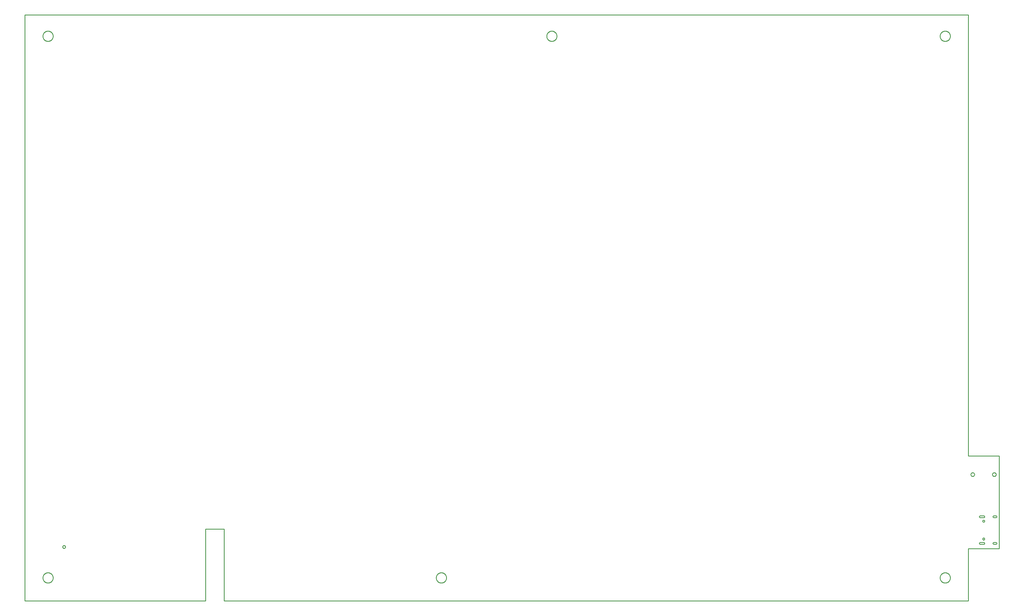
<source format=gko>
G04 EAGLE Gerber RS-274X export*
G75*
%MOMM*%
%FSLAX34Y34*%
%LPD*%
%IN*%
%IPPOS*%
%AMOC8*
5,1,8,0,0,1.08239X$1,22.5*%
G01*
%ADD10C,0.203200*%
%ADD11C,0.000000*%
%ADD12C,0.010000*%
%ADD13C,0.254000*%


D10*
X3055000Y0D02*
X3055000Y170000D01*
X3155000Y170000D01*
X3155000Y470000D01*
X3055000Y470000D01*
X3055000Y1900000D01*
X0Y1900000D01*
X0Y0D01*
X585630Y0D01*
X585630Y233200D01*
X645320Y233200D01*
X645320Y0D01*
X3055000Y0D01*
D11*
X2963490Y75000D02*
X2963495Y75405D01*
X2963510Y75810D01*
X2963535Y76215D01*
X2963570Y76618D01*
X2963614Y77021D01*
X2963669Y77423D01*
X2963733Y77823D01*
X2963807Y78221D01*
X2963891Y78617D01*
X2963985Y79012D01*
X2964088Y79403D01*
X2964201Y79793D01*
X2964323Y80179D01*
X2964455Y80562D01*
X2964596Y80942D01*
X2964747Y81318D01*
X2964906Y81691D01*
X2965075Y82059D01*
X2965253Y82423D01*
X2965439Y82783D01*
X2965635Y83138D01*
X2965839Y83488D01*
X2966051Y83833D01*
X2966272Y84172D01*
X2966502Y84507D01*
X2966739Y84835D01*
X2966984Y85157D01*
X2967238Y85474D01*
X2967498Y85784D01*
X2967767Y86087D01*
X2968043Y86384D01*
X2968326Y86674D01*
X2968616Y86957D01*
X2968913Y87233D01*
X2969216Y87502D01*
X2969526Y87762D01*
X2969843Y88016D01*
X2970165Y88261D01*
X2970493Y88498D01*
X2970828Y88728D01*
X2971167Y88949D01*
X2971512Y89161D01*
X2971862Y89365D01*
X2972217Y89561D01*
X2972577Y89747D01*
X2972941Y89925D01*
X2973309Y90094D01*
X2973682Y90253D01*
X2974058Y90404D01*
X2974438Y90545D01*
X2974821Y90677D01*
X2975207Y90799D01*
X2975597Y90912D01*
X2975988Y91015D01*
X2976383Y91109D01*
X2976779Y91193D01*
X2977177Y91267D01*
X2977577Y91331D01*
X2977979Y91386D01*
X2978382Y91430D01*
X2978785Y91465D01*
X2979190Y91490D01*
X2979595Y91505D01*
X2980000Y91510D01*
X2980405Y91505D01*
X2980810Y91490D01*
X2981215Y91465D01*
X2981618Y91430D01*
X2982021Y91386D01*
X2982423Y91331D01*
X2982823Y91267D01*
X2983221Y91193D01*
X2983617Y91109D01*
X2984012Y91015D01*
X2984403Y90912D01*
X2984793Y90799D01*
X2985179Y90677D01*
X2985562Y90545D01*
X2985942Y90404D01*
X2986318Y90253D01*
X2986691Y90094D01*
X2987059Y89925D01*
X2987423Y89747D01*
X2987783Y89561D01*
X2988138Y89365D01*
X2988488Y89161D01*
X2988833Y88949D01*
X2989172Y88728D01*
X2989507Y88498D01*
X2989835Y88261D01*
X2990157Y88016D01*
X2990474Y87762D01*
X2990784Y87502D01*
X2991087Y87233D01*
X2991384Y86957D01*
X2991674Y86674D01*
X2991957Y86384D01*
X2992233Y86087D01*
X2992502Y85784D01*
X2992762Y85474D01*
X2993016Y85157D01*
X2993261Y84835D01*
X2993498Y84507D01*
X2993728Y84172D01*
X2993949Y83833D01*
X2994161Y83488D01*
X2994365Y83138D01*
X2994561Y82783D01*
X2994747Y82423D01*
X2994925Y82059D01*
X2995094Y81691D01*
X2995253Y81318D01*
X2995404Y80942D01*
X2995545Y80562D01*
X2995677Y80179D01*
X2995799Y79793D01*
X2995912Y79403D01*
X2996015Y79012D01*
X2996109Y78617D01*
X2996193Y78221D01*
X2996267Y77823D01*
X2996331Y77423D01*
X2996386Y77021D01*
X2996430Y76618D01*
X2996465Y76215D01*
X2996490Y75810D01*
X2996505Y75405D01*
X2996510Y75000D01*
X2996505Y74595D01*
X2996490Y74190D01*
X2996465Y73785D01*
X2996430Y73382D01*
X2996386Y72979D01*
X2996331Y72577D01*
X2996267Y72177D01*
X2996193Y71779D01*
X2996109Y71383D01*
X2996015Y70988D01*
X2995912Y70597D01*
X2995799Y70207D01*
X2995677Y69821D01*
X2995545Y69438D01*
X2995404Y69058D01*
X2995253Y68682D01*
X2995094Y68309D01*
X2994925Y67941D01*
X2994747Y67577D01*
X2994561Y67217D01*
X2994365Y66862D01*
X2994161Y66512D01*
X2993949Y66167D01*
X2993728Y65828D01*
X2993498Y65493D01*
X2993261Y65165D01*
X2993016Y64843D01*
X2992762Y64526D01*
X2992502Y64216D01*
X2992233Y63913D01*
X2991957Y63616D01*
X2991674Y63326D01*
X2991384Y63043D01*
X2991087Y62767D01*
X2990784Y62498D01*
X2990474Y62238D01*
X2990157Y61984D01*
X2989835Y61739D01*
X2989507Y61502D01*
X2989172Y61272D01*
X2988833Y61051D01*
X2988488Y60839D01*
X2988138Y60635D01*
X2987783Y60439D01*
X2987423Y60253D01*
X2987059Y60075D01*
X2986691Y59906D01*
X2986318Y59747D01*
X2985942Y59596D01*
X2985562Y59455D01*
X2985179Y59323D01*
X2984793Y59201D01*
X2984403Y59088D01*
X2984012Y58985D01*
X2983617Y58891D01*
X2983221Y58807D01*
X2982823Y58733D01*
X2982423Y58669D01*
X2982021Y58614D01*
X2981618Y58570D01*
X2981215Y58535D01*
X2980810Y58510D01*
X2980405Y58495D01*
X2980000Y58490D01*
X2979595Y58495D01*
X2979190Y58510D01*
X2978785Y58535D01*
X2978382Y58570D01*
X2977979Y58614D01*
X2977577Y58669D01*
X2977177Y58733D01*
X2976779Y58807D01*
X2976383Y58891D01*
X2975988Y58985D01*
X2975597Y59088D01*
X2975207Y59201D01*
X2974821Y59323D01*
X2974438Y59455D01*
X2974058Y59596D01*
X2973682Y59747D01*
X2973309Y59906D01*
X2972941Y60075D01*
X2972577Y60253D01*
X2972217Y60439D01*
X2971862Y60635D01*
X2971512Y60839D01*
X2971167Y61051D01*
X2970828Y61272D01*
X2970493Y61502D01*
X2970165Y61739D01*
X2969843Y61984D01*
X2969526Y62238D01*
X2969216Y62498D01*
X2968913Y62767D01*
X2968616Y63043D01*
X2968326Y63326D01*
X2968043Y63616D01*
X2967767Y63913D01*
X2967498Y64216D01*
X2967238Y64526D01*
X2966984Y64843D01*
X2966739Y65165D01*
X2966502Y65493D01*
X2966272Y65828D01*
X2966051Y66167D01*
X2965839Y66512D01*
X2965635Y66862D01*
X2965439Y67217D01*
X2965253Y67577D01*
X2965075Y67941D01*
X2964906Y68309D01*
X2964747Y68682D01*
X2964596Y69058D01*
X2964455Y69438D01*
X2964323Y69821D01*
X2964201Y70207D01*
X2964088Y70597D01*
X2963985Y70988D01*
X2963891Y71383D01*
X2963807Y71779D01*
X2963733Y72177D01*
X2963669Y72577D01*
X2963614Y72979D01*
X2963570Y73382D01*
X2963535Y73785D01*
X2963510Y74190D01*
X2963495Y74595D01*
X2963490Y75000D01*
X58490Y75000D02*
X58495Y75405D01*
X58510Y75810D01*
X58535Y76215D01*
X58570Y76618D01*
X58614Y77021D01*
X58669Y77423D01*
X58733Y77823D01*
X58807Y78221D01*
X58891Y78617D01*
X58985Y79012D01*
X59088Y79403D01*
X59201Y79793D01*
X59323Y80179D01*
X59455Y80562D01*
X59596Y80942D01*
X59747Y81318D01*
X59906Y81691D01*
X60075Y82059D01*
X60253Y82423D01*
X60439Y82783D01*
X60635Y83138D01*
X60839Y83488D01*
X61051Y83833D01*
X61272Y84172D01*
X61502Y84507D01*
X61739Y84835D01*
X61984Y85157D01*
X62238Y85474D01*
X62498Y85784D01*
X62767Y86087D01*
X63043Y86384D01*
X63326Y86674D01*
X63616Y86957D01*
X63913Y87233D01*
X64216Y87502D01*
X64526Y87762D01*
X64843Y88016D01*
X65165Y88261D01*
X65493Y88498D01*
X65828Y88728D01*
X66167Y88949D01*
X66512Y89161D01*
X66862Y89365D01*
X67217Y89561D01*
X67577Y89747D01*
X67941Y89925D01*
X68309Y90094D01*
X68682Y90253D01*
X69058Y90404D01*
X69438Y90545D01*
X69821Y90677D01*
X70207Y90799D01*
X70597Y90912D01*
X70988Y91015D01*
X71383Y91109D01*
X71779Y91193D01*
X72177Y91267D01*
X72577Y91331D01*
X72979Y91386D01*
X73382Y91430D01*
X73785Y91465D01*
X74190Y91490D01*
X74595Y91505D01*
X75000Y91510D01*
X75405Y91505D01*
X75810Y91490D01*
X76215Y91465D01*
X76618Y91430D01*
X77021Y91386D01*
X77423Y91331D01*
X77823Y91267D01*
X78221Y91193D01*
X78617Y91109D01*
X79012Y91015D01*
X79403Y90912D01*
X79793Y90799D01*
X80179Y90677D01*
X80562Y90545D01*
X80942Y90404D01*
X81318Y90253D01*
X81691Y90094D01*
X82059Y89925D01*
X82423Y89747D01*
X82783Y89561D01*
X83138Y89365D01*
X83488Y89161D01*
X83833Y88949D01*
X84172Y88728D01*
X84507Y88498D01*
X84835Y88261D01*
X85157Y88016D01*
X85474Y87762D01*
X85784Y87502D01*
X86087Y87233D01*
X86384Y86957D01*
X86674Y86674D01*
X86957Y86384D01*
X87233Y86087D01*
X87502Y85784D01*
X87762Y85474D01*
X88016Y85157D01*
X88261Y84835D01*
X88498Y84507D01*
X88728Y84172D01*
X88949Y83833D01*
X89161Y83488D01*
X89365Y83138D01*
X89561Y82783D01*
X89747Y82423D01*
X89925Y82059D01*
X90094Y81691D01*
X90253Y81318D01*
X90404Y80942D01*
X90545Y80562D01*
X90677Y80179D01*
X90799Y79793D01*
X90912Y79403D01*
X91015Y79012D01*
X91109Y78617D01*
X91193Y78221D01*
X91267Y77823D01*
X91331Y77423D01*
X91386Y77021D01*
X91430Y76618D01*
X91465Y76215D01*
X91490Y75810D01*
X91505Y75405D01*
X91510Y75000D01*
X91505Y74595D01*
X91490Y74190D01*
X91465Y73785D01*
X91430Y73382D01*
X91386Y72979D01*
X91331Y72577D01*
X91267Y72177D01*
X91193Y71779D01*
X91109Y71383D01*
X91015Y70988D01*
X90912Y70597D01*
X90799Y70207D01*
X90677Y69821D01*
X90545Y69438D01*
X90404Y69058D01*
X90253Y68682D01*
X90094Y68309D01*
X89925Y67941D01*
X89747Y67577D01*
X89561Y67217D01*
X89365Y66862D01*
X89161Y66512D01*
X88949Y66167D01*
X88728Y65828D01*
X88498Y65493D01*
X88261Y65165D01*
X88016Y64843D01*
X87762Y64526D01*
X87502Y64216D01*
X87233Y63913D01*
X86957Y63616D01*
X86674Y63326D01*
X86384Y63043D01*
X86087Y62767D01*
X85784Y62498D01*
X85474Y62238D01*
X85157Y61984D01*
X84835Y61739D01*
X84507Y61502D01*
X84172Y61272D01*
X83833Y61051D01*
X83488Y60839D01*
X83138Y60635D01*
X82783Y60439D01*
X82423Y60253D01*
X82059Y60075D01*
X81691Y59906D01*
X81318Y59747D01*
X80942Y59596D01*
X80562Y59455D01*
X80179Y59323D01*
X79793Y59201D01*
X79403Y59088D01*
X79012Y58985D01*
X78617Y58891D01*
X78221Y58807D01*
X77823Y58733D01*
X77423Y58669D01*
X77021Y58614D01*
X76618Y58570D01*
X76215Y58535D01*
X75810Y58510D01*
X75405Y58495D01*
X75000Y58490D01*
X74595Y58495D01*
X74190Y58510D01*
X73785Y58535D01*
X73382Y58570D01*
X72979Y58614D01*
X72577Y58669D01*
X72177Y58733D01*
X71779Y58807D01*
X71383Y58891D01*
X70988Y58985D01*
X70597Y59088D01*
X70207Y59201D01*
X69821Y59323D01*
X69438Y59455D01*
X69058Y59596D01*
X68682Y59747D01*
X68309Y59906D01*
X67941Y60075D01*
X67577Y60253D01*
X67217Y60439D01*
X66862Y60635D01*
X66512Y60839D01*
X66167Y61051D01*
X65828Y61272D01*
X65493Y61502D01*
X65165Y61739D01*
X64843Y61984D01*
X64526Y62238D01*
X64216Y62498D01*
X63913Y62767D01*
X63616Y63043D01*
X63326Y63326D01*
X63043Y63616D01*
X62767Y63913D01*
X62498Y64216D01*
X62238Y64526D01*
X61984Y64843D01*
X61739Y65165D01*
X61502Y65493D01*
X61272Y65828D01*
X61051Y66167D01*
X60839Y66512D01*
X60635Y66862D01*
X60439Y67217D01*
X60253Y67577D01*
X60075Y67941D01*
X59906Y68309D01*
X59747Y68682D01*
X59596Y69058D01*
X59455Y69438D01*
X59323Y69821D01*
X59201Y70207D01*
X59088Y70597D01*
X58985Y70988D01*
X58891Y71383D01*
X58807Y71779D01*
X58733Y72177D01*
X58669Y72577D01*
X58614Y72979D01*
X58570Y73382D01*
X58535Y73785D01*
X58510Y74190D01*
X58495Y74595D01*
X58490Y75000D01*
X3101200Y201100D02*
X3101202Y201213D01*
X3101208Y201327D01*
X3101218Y201440D01*
X3101232Y201552D01*
X3101249Y201664D01*
X3101271Y201776D01*
X3101297Y201886D01*
X3101326Y201996D01*
X3101359Y202104D01*
X3101396Y202212D01*
X3101437Y202317D01*
X3101481Y202422D01*
X3101529Y202525D01*
X3101580Y202626D01*
X3101635Y202725D01*
X3101694Y202822D01*
X3101756Y202917D01*
X3101821Y203010D01*
X3101889Y203101D01*
X3101960Y203189D01*
X3102035Y203275D01*
X3102112Y203358D01*
X3102192Y203438D01*
X3102275Y203515D01*
X3102361Y203590D01*
X3102449Y203661D01*
X3102540Y203729D01*
X3102633Y203794D01*
X3102728Y203856D01*
X3102825Y203915D01*
X3102924Y203970D01*
X3103025Y204021D01*
X3103128Y204069D01*
X3103233Y204113D01*
X3103338Y204154D01*
X3103446Y204191D01*
X3103554Y204224D01*
X3103664Y204253D01*
X3103774Y204279D01*
X3103886Y204301D01*
X3103998Y204318D01*
X3104110Y204332D01*
X3104223Y204342D01*
X3104337Y204348D01*
X3104450Y204350D01*
X3104563Y204348D01*
X3104677Y204342D01*
X3104790Y204332D01*
X3104902Y204318D01*
X3105014Y204301D01*
X3105126Y204279D01*
X3105236Y204253D01*
X3105346Y204224D01*
X3105454Y204191D01*
X3105562Y204154D01*
X3105667Y204113D01*
X3105772Y204069D01*
X3105875Y204021D01*
X3105976Y203970D01*
X3106075Y203915D01*
X3106172Y203856D01*
X3106267Y203794D01*
X3106360Y203729D01*
X3106451Y203661D01*
X3106539Y203590D01*
X3106625Y203515D01*
X3106708Y203438D01*
X3106788Y203358D01*
X3106865Y203275D01*
X3106940Y203189D01*
X3107011Y203101D01*
X3107079Y203010D01*
X3107144Y202917D01*
X3107206Y202822D01*
X3107265Y202725D01*
X3107320Y202626D01*
X3107371Y202525D01*
X3107419Y202422D01*
X3107463Y202317D01*
X3107504Y202212D01*
X3107541Y202104D01*
X3107574Y201996D01*
X3107603Y201886D01*
X3107629Y201776D01*
X3107651Y201664D01*
X3107668Y201552D01*
X3107682Y201440D01*
X3107692Y201327D01*
X3107698Y201213D01*
X3107700Y201100D01*
X3107698Y200987D01*
X3107692Y200873D01*
X3107682Y200760D01*
X3107668Y200648D01*
X3107651Y200536D01*
X3107629Y200424D01*
X3107603Y200314D01*
X3107574Y200204D01*
X3107541Y200096D01*
X3107504Y199988D01*
X3107463Y199883D01*
X3107419Y199778D01*
X3107371Y199675D01*
X3107320Y199574D01*
X3107265Y199475D01*
X3107206Y199378D01*
X3107144Y199283D01*
X3107079Y199190D01*
X3107011Y199099D01*
X3106940Y199011D01*
X3106865Y198925D01*
X3106788Y198842D01*
X3106708Y198762D01*
X3106625Y198685D01*
X3106539Y198610D01*
X3106451Y198539D01*
X3106360Y198471D01*
X3106267Y198406D01*
X3106172Y198344D01*
X3106075Y198285D01*
X3105976Y198230D01*
X3105875Y198179D01*
X3105772Y198131D01*
X3105667Y198087D01*
X3105562Y198046D01*
X3105454Y198009D01*
X3105346Y197976D01*
X3105236Y197947D01*
X3105126Y197921D01*
X3105014Y197899D01*
X3104902Y197882D01*
X3104790Y197868D01*
X3104677Y197858D01*
X3104563Y197852D01*
X3104450Y197850D01*
X3104337Y197852D01*
X3104223Y197858D01*
X3104110Y197868D01*
X3103998Y197882D01*
X3103886Y197899D01*
X3103774Y197921D01*
X3103664Y197947D01*
X3103554Y197976D01*
X3103446Y198009D01*
X3103338Y198046D01*
X3103233Y198087D01*
X3103128Y198131D01*
X3103025Y198179D01*
X3102924Y198230D01*
X3102825Y198285D01*
X3102728Y198344D01*
X3102633Y198406D01*
X3102540Y198471D01*
X3102449Y198539D01*
X3102361Y198610D01*
X3102275Y198685D01*
X3102192Y198762D01*
X3102112Y198842D01*
X3102035Y198925D01*
X3101960Y199011D01*
X3101889Y199099D01*
X3101821Y199190D01*
X3101756Y199283D01*
X3101694Y199378D01*
X3101635Y199475D01*
X3101580Y199574D01*
X3101529Y199675D01*
X3101481Y199778D01*
X3101437Y199883D01*
X3101396Y199988D01*
X3101359Y200096D01*
X3101326Y200204D01*
X3101297Y200314D01*
X3101271Y200424D01*
X3101249Y200536D01*
X3101232Y200648D01*
X3101218Y200760D01*
X3101208Y200873D01*
X3101202Y200987D01*
X3101200Y201100D01*
X3101200Y258900D02*
X3101202Y259013D01*
X3101208Y259127D01*
X3101218Y259240D01*
X3101232Y259352D01*
X3101249Y259464D01*
X3101271Y259576D01*
X3101297Y259686D01*
X3101326Y259796D01*
X3101359Y259904D01*
X3101396Y260012D01*
X3101437Y260117D01*
X3101481Y260222D01*
X3101529Y260325D01*
X3101580Y260426D01*
X3101635Y260525D01*
X3101694Y260622D01*
X3101756Y260717D01*
X3101821Y260810D01*
X3101889Y260901D01*
X3101960Y260989D01*
X3102035Y261075D01*
X3102112Y261158D01*
X3102192Y261238D01*
X3102275Y261315D01*
X3102361Y261390D01*
X3102449Y261461D01*
X3102540Y261529D01*
X3102633Y261594D01*
X3102728Y261656D01*
X3102825Y261715D01*
X3102924Y261770D01*
X3103025Y261821D01*
X3103128Y261869D01*
X3103233Y261913D01*
X3103338Y261954D01*
X3103446Y261991D01*
X3103554Y262024D01*
X3103664Y262053D01*
X3103774Y262079D01*
X3103886Y262101D01*
X3103998Y262118D01*
X3104110Y262132D01*
X3104223Y262142D01*
X3104337Y262148D01*
X3104450Y262150D01*
X3104563Y262148D01*
X3104677Y262142D01*
X3104790Y262132D01*
X3104902Y262118D01*
X3105014Y262101D01*
X3105126Y262079D01*
X3105236Y262053D01*
X3105346Y262024D01*
X3105454Y261991D01*
X3105562Y261954D01*
X3105667Y261913D01*
X3105772Y261869D01*
X3105875Y261821D01*
X3105976Y261770D01*
X3106075Y261715D01*
X3106172Y261656D01*
X3106267Y261594D01*
X3106360Y261529D01*
X3106451Y261461D01*
X3106539Y261390D01*
X3106625Y261315D01*
X3106708Y261238D01*
X3106788Y261158D01*
X3106865Y261075D01*
X3106940Y260989D01*
X3107011Y260901D01*
X3107079Y260810D01*
X3107144Y260717D01*
X3107206Y260622D01*
X3107265Y260525D01*
X3107320Y260426D01*
X3107371Y260325D01*
X3107419Y260222D01*
X3107463Y260117D01*
X3107504Y260012D01*
X3107541Y259904D01*
X3107574Y259796D01*
X3107603Y259686D01*
X3107629Y259576D01*
X3107651Y259464D01*
X3107668Y259352D01*
X3107682Y259240D01*
X3107692Y259127D01*
X3107698Y259013D01*
X3107700Y258900D01*
X3107698Y258787D01*
X3107692Y258673D01*
X3107682Y258560D01*
X3107668Y258448D01*
X3107651Y258336D01*
X3107629Y258224D01*
X3107603Y258114D01*
X3107574Y258004D01*
X3107541Y257896D01*
X3107504Y257788D01*
X3107463Y257683D01*
X3107419Y257578D01*
X3107371Y257475D01*
X3107320Y257374D01*
X3107265Y257275D01*
X3107206Y257178D01*
X3107144Y257083D01*
X3107079Y256990D01*
X3107011Y256899D01*
X3106940Y256811D01*
X3106865Y256725D01*
X3106788Y256642D01*
X3106708Y256562D01*
X3106625Y256485D01*
X3106539Y256410D01*
X3106451Y256339D01*
X3106360Y256271D01*
X3106267Y256206D01*
X3106172Y256144D01*
X3106075Y256085D01*
X3105976Y256030D01*
X3105875Y255979D01*
X3105772Y255931D01*
X3105667Y255887D01*
X3105562Y255846D01*
X3105454Y255809D01*
X3105346Y255776D01*
X3105236Y255747D01*
X3105126Y255721D01*
X3105014Y255699D01*
X3104902Y255682D01*
X3104790Y255668D01*
X3104677Y255658D01*
X3104563Y255652D01*
X3104450Y255650D01*
X3104337Y255652D01*
X3104223Y255658D01*
X3104110Y255668D01*
X3103998Y255682D01*
X3103886Y255699D01*
X3103774Y255721D01*
X3103664Y255747D01*
X3103554Y255776D01*
X3103446Y255809D01*
X3103338Y255846D01*
X3103233Y255887D01*
X3103128Y255931D01*
X3103025Y255979D01*
X3102924Y256030D01*
X3102825Y256085D01*
X3102728Y256144D01*
X3102633Y256206D01*
X3102540Y256271D01*
X3102449Y256339D01*
X3102361Y256410D01*
X3102275Y256485D01*
X3102192Y256562D01*
X3102112Y256642D01*
X3102035Y256725D01*
X3101960Y256811D01*
X3101889Y256899D01*
X3101821Y256990D01*
X3101756Y257083D01*
X3101694Y257178D01*
X3101635Y257275D01*
X3101580Y257374D01*
X3101529Y257475D01*
X3101481Y257578D01*
X3101437Y257683D01*
X3101396Y257788D01*
X3101359Y257896D01*
X3101326Y258004D01*
X3101297Y258114D01*
X3101271Y258224D01*
X3101249Y258336D01*
X3101232Y258448D01*
X3101218Y258560D01*
X3101208Y258673D01*
X3101202Y258787D01*
X3101200Y258900D01*
D12*
X3137800Y183800D02*
X3144000Y183800D01*
X3144000Y189800D02*
X3137800Y189800D01*
X3137692Y189798D01*
X3137584Y189792D01*
X3137476Y189782D01*
X3137368Y189769D01*
X3137261Y189751D01*
X3137155Y189730D01*
X3137050Y189705D01*
X3136945Y189676D01*
X3136842Y189643D01*
X3136740Y189607D01*
X3136639Y189566D01*
X3136540Y189523D01*
X3136443Y189475D01*
X3136347Y189425D01*
X3136253Y189371D01*
X3136162Y189313D01*
X3136072Y189252D01*
X3135984Y189188D01*
X3135899Y189121D01*
X3135817Y189051D01*
X3135737Y188978D01*
X3135660Y188902D01*
X3135585Y188823D01*
X3135514Y188742D01*
X3135445Y188658D01*
X3135379Y188572D01*
X3135317Y188484D01*
X3135258Y188393D01*
X3135202Y188300D01*
X3135149Y188205D01*
X3135100Y188109D01*
X3135055Y188010D01*
X3135013Y187910D01*
X3134975Y187809D01*
X3134940Y187706D01*
X3134909Y187603D01*
X3134882Y187498D01*
X3134859Y187392D01*
X3134840Y187285D01*
X3134824Y187178D01*
X3134812Y187070D01*
X3134804Y186962D01*
X3134800Y186854D01*
X3134800Y186746D01*
X3134804Y186638D01*
X3134812Y186530D01*
X3134824Y186422D01*
X3134840Y186315D01*
X3134859Y186208D01*
X3134882Y186102D01*
X3134909Y185997D01*
X3134940Y185894D01*
X3134975Y185791D01*
X3135013Y185690D01*
X3135055Y185590D01*
X3135100Y185491D01*
X3135149Y185395D01*
X3135202Y185300D01*
X3135258Y185207D01*
X3135317Y185116D01*
X3135379Y185028D01*
X3135445Y184942D01*
X3135514Y184858D01*
X3135585Y184777D01*
X3135660Y184698D01*
X3135737Y184622D01*
X3135817Y184549D01*
X3135899Y184479D01*
X3135984Y184412D01*
X3136072Y184348D01*
X3136162Y184287D01*
X3136253Y184229D01*
X3136347Y184175D01*
X3136443Y184125D01*
X3136540Y184077D01*
X3136639Y184034D01*
X3136740Y183993D01*
X3136842Y183957D01*
X3136945Y183924D01*
X3137050Y183895D01*
X3137155Y183870D01*
X3137261Y183849D01*
X3137368Y183831D01*
X3137476Y183818D01*
X3137584Y183808D01*
X3137692Y183802D01*
X3137800Y183800D01*
X3144000Y183800D02*
X3144108Y183802D01*
X3144216Y183808D01*
X3144324Y183818D01*
X3144432Y183831D01*
X3144539Y183849D01*
X3144645Y183870D01*
X3144750Y183895D01*
X3144855Y183924D01*
X3144958Y183957D01*
X3145060Y183993D01*
X3145161Y184034D01*
X3145260Y184077D01*
X3145357Y184125D01*
X3145453Y184175D01*
X3145547Y184229D01*
X3145638Y184287D01*
X3145728Y184348D01*
X3145816Y184412D01*
X3145901Y184479D01*
X3145983Y184549D01*
X3146063Y184622D01*
X3146140Y184698D01*
X3146215Y184777D01*
X3146286Y184858D01*
X3146355Y184942D01*
X3146421Y185028D01*
X3146483Y185116D01*
X3146542Y185207D01*
X3146598Y185300D01*
X3146651Y185395D01*
X3146700Y185491D01*
X3146745Y185590D01*
X3146787Y185690D01*
X3146825Y185791D01*
X3146860Y185894D01*
X3146891Y185997D01*
X3146918Y186102D01*
X3146941Y186208D01*
X3146960Y186315D01*
X3146976Y186422D01*
X3146988Y186530D01*
X3146996Y186638D01*
X3147000Y186746D01*
X3147000Y186854D01*
X3146996Y186962D01*
X3146988Y187070D01*
X3146976Y187178D01*
X3146960Y187285D01*
X3146941Y187392D01*
X3146918Y187498D01*
X3146891Y187603D01*
X3146860Y187706D01*
X3146825Y187809D01*
X3146787Y187910D01*
X3146745Y188010D01*
X3146700Y188109D01*
X3146651Y188205D01*
X3146598Y188300D01*
X3146542Y188393D01*
X3146483Y188484D01*
X3146421Y188572D01*
X3146355Y188658D01*
X3146286Y188742D01*
X3146215Y188823D01*
X3146140Y188902D01*
X3146063Y188978D01*
X3145983Y189051D01*
X3145901Y189121D01*
X3145816Y189188D01*
X3145728Y189252D01*
X3145638Y189313D01*
X3145547Y189371D01*
X3145453Y189425D01*
X3145357Y189475D01*
X3145260Y189523D01*
X3145161Y189566D01*
X3145060Y189607D01*
X3144958Y189643D01*
X3144855Y189676D01*
X3144750Y189705D01*
X3144645Y189730D01*
X3144539Y189751D01*
X3144432Y189769D01*
X3144324Y189782D01*
X3144216Y189792D01*
X3144108Y189798D01*
X3144000Y189800D01*
X3104650Y183800D02*
X3093650Y183800D01*
X3093650Y189800D02*
X3104650Y189800D01*
X3104758Y189798D01*
X3104866Y189792D01*
X3104974Y189782D01*
X3105082Y189769D01*
X3105189Y189751D01*
X3105295Y189730D01*
X3105400Y189705D01*
X3105505Y189676D01*
X3105608Y189643D01*
X3105710Y189607D01*
X3105811Y189566D01*
X3105910Y189523D01*
X3106007Y189475D01*
X3106103Y189425D01*
X3106197Y189371D01*
X3106288Y189313D01*
X3106378Y189252D01*
X3106466Y189188D01*
X3106551Y189121D01*
X3106633Y189051D01*
X3106713Y188978D01*
X3106790Y188902D01*
X3106865Y188823D01*
X3106936Y188742D01*
X3107005Y188658D01*
X3107071Y188572D01*
X3107133Y188484D01*
X3107192Y188393D01*
X3107248Y188300D01*
X3107301Y188205D01*
X3107350Y188109D01*
X3107395Y188010D01*
X3107437Y187910D01*
X3107475Y187809D01*
X3107510Y187706D01*
X3107541Y187603D01*
X3107568Y187498D01*
X3107591Y187392D01*
X3107610Y187285D01*
X3107626Y187178D01*
X3107638Y187070D01*
X3107646Y186962D01*
X3107650Y186854D01*
X3107650Y186746D01*
X3107646Y186638D01*
X3107638Y186530D01*
X3107626Y186422D01*
X3107610Y186315D01*
X3107591Y186208D01*
X3107568Y186102D01*
X3107541Y185997D01*
X3107510Y185894D01*
X3107475Y185791D01*
X3107437Y185690D01*
X3107395Y185590D01*
X3107350Y185491D01*
X3107301Y185395D01*
X3107248Y185300D01*
X3107192Y185207D01*
X3107133Y185116D01*
X3107071Y185028D01*
X3107005Y184942D01*
X3106936Y184858D01*
X3106865Y184777D01*
X3106790Y184698D01*
X3106713Y184622D01*
X3106633Y184549D01*
X3106551Y184479D01*
X3106466Y184412D01*
X3106378Y184348D01*
X3106288Y184287D01*
X3106197Y184229D01*
X3106103Y184175D01*
X3106007Y184125D01*
X3105910Y184077D01*
X3105811Y184034D01*
X3105710Y183993D01*
X3105608Y183957D01*
X3105505Y183924D01*
X3105400Y183895D01*
X3105295Y183870D01*
X3105189Y183849D01*
X3105082Y183831D01*
X3104974Y183818D01*
X3104866Y183808D01*
X3104758Y183802D01*
X3104650Y183800D01*
X3093650Y183800D02*
X3093542Y183802D01*
X3093434Y183808D01*
X3093326Y183818D01*
X3093218Y183831D01*
X3093111Y183849D01*
X3093005Y183870D01*
X3092900Y183895D01*
X3092795Y183924D01*
X3092692Y183957D01*
X3092590Y183993D01*
X3092489Y184034D01*
X3092390Y184077D01*
X3092293Y184125D01*
X3092197Y184175D01*
X3092103Y184229D01*
X3092012Y184287D01*
X3091922Y184348D01*
X3091834Y184412D01*
X3091749Y184479D01*
X3091667Y184549D01*
X3091587Y184622D01*
X3091510Y184698D01*
X3091435Y184777D01*
X3091364Y184858D01*
X3091295Y184942D01*
X3091229Y185028D01*
X3091167Y185116D01*
X3091108Y185207D01*
X3091052Y185300D01*
X3090999Y185395D01*
X3090950Y185491D01*
X3090905Y185590D01*
X3090863Y185690D01*
X3090825Y185791D01*
X3090790Y185894D01*
X3090759Y185997D01*
X3090732Y186102D01*
X3090709Y186208D01*
X3090690Y186315D01*
X3090674Y186422D01*
X3090662Y186530D01*
X3090654Y186638D01*
X3090650Y186746D01*
X3090650Y186854D01*
X3090654Y186962D01*
X3090662Y187070D01*
X3090674Y187178D01*
X3090690Y187285D01*
X3090709Y187392D01*
X3090732Y187498D01*
X3090759Y187603D01*
X3090790Y187706D01*
X3090825Y187809D01*
X3090863Y187910D01*
X3090905Y188010D01*
X3090950Y188109D01*
X3090999Y188205D01*
X3091052Y188300D01*
X3091108Y188393D01*
X3091167Y188484D01*
X3091229Y188572D01*
X3091295Y188658D01*
X3091364Y188742D01*
X3091435Y188823D01*
X3091510Y188902D01*
X3091587Y188978D01*
X3091667Y189051D01*
X3091749Y189121D01*
X3091834Y189188D01*
X3091922Y189252D01*
X3092012Y189313D01*
X3092103Y189371D01*
X3092197Y189425D01*
X3092293Y189475D01*
X3092390Y189523D01*
X3092489Y189566D01*
X3092590Y189607D01*
X3092692Y189643D01*
X3092795Y189676D01*
X3092900Y189705D01*
X3093005Y189730D01*
X3093111Y189751D01*
X3093218Y189769D01*
X3093326Y189782D01*
X3093434Y189792D01*
X3093542Y189798D01*
X3093650Y189800D01*
X3137800Y270200D02*
X3144000Y270200D01*
X3144000Y276200D02*
X3137800Y276200D01*
X3137692Y276198D01*
X3137584Y276192D01*
X3137476Y276182D01*
X3137368Y276169D01*
X3137261Y276151D01*
X3137155Y276130D01*
X3137050Y276105D01*
X3136945Y276076D01*
X3136842Y276043D01*
X3136740Y276007D01*
X3136639Y275966D01*
X3136540Y275923D01*
X3136443Y275875D01*
X3136347Y275825D01*
X3136253Y275771D01*
X3136162Y275713D01*
X3136072Y275652D01*
X3135984Y275588D01*
X3135899Y275521D01*
X3135817Y275451D01*
X3135737Y275378D01*
X3135660Y275302D01*
X3135585Y275223D01*
X3135514Y275142D01*
X3135445Y275058D01*
X3135379Y274972D01*
X3135317Y274884D01*
X3135258Y274793D01*
X3135202Y274700D01*
X3135149Y274605D01*
X3135100Y274509D01*
X3135055Y274410D01*
X3135013Y274310D01*
X3134975Y274209D01*
X3134940Y274106D01*
X3134909Y274003D01*
X3134882Y273898D01*
X3134859Y273792D01*
X3134840Y273685D01*
X3134824Y273578D01*
X3134812Y273470D01*
X3134804Y273362D01*
X3134800Y273254D01*
X3134800Y273146D01*
X3134804Y273038D01*
X3134812Y272930D01*
X3134824Y272822D01*
X3134840Y272715D01*
X3134859Y272608D01*
X3134882Y272502D01*
X3134909Y272397D01*
X3134940Y272294D01*
X3134975Y272191D01*
X3135013Y272090D01*
X3135055Y271990D01*
X3135100Y271891D01*
X3135149Y271795D01*
X3135202Y271700D01*
X3135258Y271607D01*
X3135317Y271516D01*
X3135379Y271428D01*
X3135445Y271342D01*
X3135514Y271258D01*
X3135585Y271177D01*
X3135660Y271098D01*
X3135737Y271022D01*
X3135817Y270949D01*
X3135899Y270879D01*
X3135984Y270812D01*
X3136072Y270748D01*
X3136162Y270687D01*
X3136253Y270629D01*
X3136347Y270575D01*
X3136443Y270525D01*
X3136540Y270477D01*
X3136639Y270434D01*
X3136740Y270393D01*
X3136842Y270357D01*
X3136945Y270324D01*
X3137050Y270295D01*
X3137155Y270270D01*
X3137261Y270249D01*
X3137368Y270231D01*
X3137476Y270218D01*
X3137584Y270208D01*
X3137692Y270202D01*
X3137800Y270200D01*
X3144000Y270200D02*
X3144108Y270202D01*
X3144216Y270208D01*
X3144324Y270218D01*
X3144432Y270231D01*
X3144539Y270249D01*
X3144645Y270270D01*
X3144750Y270295D01*
X3144855Y270324D01*
X3144958Y270357D01*
X3145060Y270393D01*
X3145161Y270434D01*
X3145260Y270477D01*
X3145357Y270525D01*
X3145453Y270575D01*
X3145547Y270629D01*
X3145638Y270687D01*
X3145728Y270748D01*
X3145816Y270812D01*
X3145901Y270879D01*
X3145983Y270949D01*
X3146063Y271022D01*
X3146140Y271098D01*
X3146215Y271177D01*
X3146286Y271258D01*
X3146355Y271342D01*
X3146421Y271428D01*
X3146483Y271516D01*
X3146542Y271607D01*
X3146598Y271700D01*
X3146651Y271795D01*
X3146700Y271891D01*
X3146745Y271990D01*
X3146787Y272090D01*
X3146825Y272191D01*
X3146860Y272294D01*
X3146891Y272397D01*
X3146918Y272502D01*
X3146941Y272608D01*
X3146960Y272715D01*
X3146976Y272822D01*
X3146988Y272930D01*
X3146996Y273038D01*
X3147000Y273146D01*
X3147000Y273254D01*
X3146996Y273362D01*
X3146988Y273470D01*
X3146976Y273578D01*
X3146960Y273685D01*
X3146941Y273792D01*
X3146918Y273898D01*
X3146891Y274003D01*
X3146860Y274106D01*
X3146825Y274209D01*
X3146787Y274310D01*
X3146745Y274410D01*
X3146700Y274509D01*
X3146651Y274605D01*
X3146598Y274700D01*
X3146542Y274793D01*
X3146483Y274884D01*
X3146421Y274972D01*
X3146355Y275058D01*
X3146286Y275142D01*
X3146215Y275223D01*
X3146140Y275302D01*
X3146063Y275378D01*
X3145983Y275451D01*
X3145901Y275521D01*
X3145816Y275588D01*
X3145728Y275652D01*
X3145638Y275713D01*
X3145547Y275771D01*
X3145453Y275825D01*
X3145357Y275875D01*
X3145260Y275923D01*
X3145161Y275966D01*
X3145060Y276007D01*
X3144958Y276043D01*
X3144855Y276076D01*
X3144750Y276105D01*
X3144645Y276130D01*
X3144539Y276151D01*
X3144432Y276169D01*
X3144324Y276182D01*
X3144216Y276192D01*
X3144108Y276198D01*
X3144000Y276200D01*
X3104650Y270200D02*
X3093650Y270200D01*
X3093650Y276200D02*
X3104650Y276200D01*
X3104758Y276198D01*
X3104866Y276192D01*
X3104974Y276182D01*
X3105082Y276169D01*
X3105189Y276151D01*
X3105295Y276130D01*
X3105400Y276105D01*
X3105505Y276076D01*
X3105608Y276043D01*
X3105710Y276007D01*
X3105811Y275966D01*
X3105910Y275923D01*
X3106007Y275875D01*
X3106103Y275825D01*
X3106197Y275771D01*
X3106288Y275713D01*
X3106378Y275652D01*
X3106466Y275588D01*
X3106551Y275521D01*
X3106633Y275451D01*
X3106713Y275378D01*
X3106790Y275302D01*
X3106865Y275223D01*
X3106936Y275142D01*
X3107005Y275058D01*
X3107071Y274972D01*
X3107133Y274884D01*
X3107192Y274793D01*
X3107248Y274700D01*
X3107301Y274605D01*
X3107350Y274509D01*
X3107395Y274410D01*
X3107437Y274310D01*
X3107475Y274209D01*
X3107510Y274106D01*
X3107541Y274003D01*
X3107568Y273898D01*
X3107591Y273792D01*
X3107610Y273685D01*
X3107626Y273578D01*
X3107638Y273470D01*
X3107646Y273362D01*
X3107650Y273254D01*
X3107650Y273146D01*
X3107646Y273038D01*
X3107638Y272930D01*
X3107626Y272822D01*
X3107610Y272715D01*
X3107591Y272608D01*
X3107568Y272502D01*
X3107541Y272397D01*
X3107510Y272294D01*
X3107475Y272191D01*
X3107437Y272090D01*
X3107395Y271990D01*
X3107350Y271891D01*
X3107301Y271795D01*
X3107248Y271700D01*
X3107192Y271607D01*
X3107133Y271516D01*
X3107071Y271428D01*
X3107005Y271342D01*
X3106936Y271258D01*
X3106865Y271177D01*
X3106790Y271098D01*
X3106713Y271022D01*
X3106633Y270949D01*
X3106551Y270879D01*
X3106466Y270812D01*
X3106378Y270748D01*
X3106288Y270687D01*
X3106197Y270629D01*
X3106103Y270575D01*
X3106007Y270525D01*
X3105910Y270477D01*
X3105811Y270434D01*
X3105710Y270393D01*
X3105608Y270357D01*
X3105505Y270324D01*
X3105400Y270295D01*
X3105295Y270270D01*
X3105189Y270249D01*
X3105082Y270231D01*
X3104974Y270218D01*
X3104866Y270208D01*
X3104758Y270202D01*
X3104650Y270200D01*
X3093650Y270200D02*
X3093542Y270202D01*
X3093434Y270208D01*
X3093326Y270218D01*
X3093218Y270231D01*
X3093111Y270249D01*
X3093005Y270270D01*
X3092900Y270295D01*
X3092795Y270324D01*
X3092692Y270357D01*
X3092590Y270393D01*
X3092489Y270434D01*
X3092390Y270477D01*
X3092293Y270525D01*
X3092197Y270575D01*
X3092103Y270629D01*
X3092012Y270687D01*
X3091922Y270748D01*
X3091834Y270812D01*
X3091749Y270879D01*
X3091667Y270949D01*
X3091587Y271022D01*
X3091510Y271098D01*
X3091435Y271177D01*
X3091364Y271258D01*
X3091295Y271342D01*
X3091229Y271428D01*
X3091167Y271516D01*
X3091108Y271607D01*
X3091052Y271700D01*
X3090999Y271795D01*
X3090950Y271891D01*
X3090905Y271990D01*
X3090863Y272090D01*
X3090825Y272191D01*
X3090790Y272294D01*
X3090759Y272397D01*
X3090732Y272502D01*
X3090709Y272608D01*
X3090690Y272715D01*
X3090674Y272822D01*
X3090662Y272930D01*
X3090654Y273038D01*
X3090650Y273146D01*
X3090650Y273254D01*
X3090654Y273362D01*
X3090662Y273470D01*
X3090674Y273578D01*
X3090690Y273685D01*
X3090709Y273792D01*
X3090732Y273898D01*
X3090759Y274003D01*
X3090790Y274106D01*
X3090825Y274209D01*
X3090863Y274310D01*
X3090905Y274410D01*
X3090950Y274509D01*
X3090999Y274605D01*
X3091052Y274700D01*
X3091108Y274793D01*
X3091167Y274884D01*
X3091229Y274972D01*
X3091295Y275058D01*
X3091364Y275142D01*
X3091435Y275223D01*
X3091510Y275302D01*
X3091587Y275378D01*
X3091667Y275451D01*
X3091749Y275521D01*
X3091834Y275588D01*
X3091922Y275652D01*
X3092012Y275713D01*
X3092103Y275771D01*
X3092197Y275825D01*
X3092293Y275875D01*
X3092390Y275923D01*
X3092489Y275966D01*
X3092590Y276007D01*
X3092692Y276043D01*
X3092795Y276076D01*
X3092900Y276105D01*
X3093005Y276130D01*
X3093111Y276151D01*
X3093218Y276169D01*
X3093326Y276182D01*
X3093434Y276192D01*
X3093542Y276198D01*
X3093650Y276200D01*
D11*
X3133000Y410000D02*
X3133002Y410154D01*
X3133008Y410309D01*
X3133018Y410463D01*
X3133032Y410617D01*
X3133050Y410770D01*
X3133071Y410923D01*
X3133097Y411076D01*
X3133127Y411227D01*
X3133160Y411378D01*
X3133198Y411528D01*
X3133239Y411677D01*
X3133284Y411825D01*
X3133333Y411971D01*
X3133386Y412117D01*
X3133442Y412260D01*
X3133502Y412403D01*
X3133566Y412543D01*
X3133633Y412683D01*
X3133704Y412820D01*
X3133778Y412955D01*
X3133856Y413089D01*
X3133937Y413220D01*
X3134022Y413349D01*
X3134110Y413477D01*
X3134201Y413601D01*
X3134295Y413724D01*
X3134393Y413844D01*
X3134493Y413961D01*
X3134597Y414076D01*
X3134703Y414188D01*
X3134812Y414297D01*
X3134924Y414403D01*
X3135039Y414507D01*
X3135156Y414607D01*
X3135276Y414705D01*
X3135399Y414799D01*
X3135523Y414890D01*
X3135651Y414978D01*
X3135780Y415063D01*
X3135911Y415144D01*
X3136045Y415222D01*
X3136180Y415296D01*
X3136317Y415367D01*
X3136457Y415434D01*
X3136597Y415498D01*
X3136740Y415558D01*
X3136883Y415614D01*
X3137029Y415667D01*
X3137175Y415716D01*
X3137323Y415761D01*
X3137472Y415802D01*
X3137622Y415840D01*
X3137773Y415873D01*
X3137924Y415903D01*
X3138077Y415929D01*
X3138230Y415950D01*
X3138383Y415968D01*
X3138537Y415982D01*
X3138691Y415992D01*
X3138846Y415998D01*
X3139000Y416000D01*
X3139154Y415998D01*
X3139309Y415992D01*
X3139463Y415982D01*
X3139617Y415968D01*
X3139770Y415950D01*
X3139923Y415929D01*
X3140076Y415903D01*
X3140227Y415873D01*
X3140378Y415840D01*
X3140528Y415802D01*
X3140677Y415761D01*
X3140825Y415716D01*
X3140971Y415667D01*
X3141117Y415614D01*
X3141260Y415558D01*
X3141403Y415498D01*
X3141543Y415434D01*
X3141683Y415367D01*
X3141820Y415296D01*
X3141955Y415222D01*
X3142089Y415144D01*
X3142220Y415063D01*
X3142349Y414978D01*
X3142477Y414890D01*
X3142601Y414799D01*
X3142724Y414705D01*
X3142844Y414607D01*
X3142961Y414507D01*
X3143076Y414403D01*
X3143188Y414297D01*
X3143297Y414188D01*
X3143403Y414076D01*
X3143507Y413961D01*
X3143607Y413844D01*
X3143705Y413724D01*
X3143799Y413601D01*
X3143890Y413477D01*
X3143978Y413349D01*
X3144063Y413220D01*
X3144144Y413089D01*
X3144222Y412955D01*
X3144296Y412820D01*
X3144367Y412683D01*
X3144434Y412543D01*
X3144498Y412403D01*
X3144558Y412260D01*
X3144614Y412117D01*
X3144667Y411971D01*
X3144716Y411825D01*
X3144761Y411677D01*
X3144802Y411528D01*
X3144840Y411378D01*
X3144873Y411227D01*
X3144903Y411076D01*
X3144929Y410923D01*
X3144950Y410770D01*
X3144968Y410617D01*
X3144982Y410463D01*
X3144992Y410309D01*
X3144998Y410154D01*
X3145000Y410000D01*
X3144998Y409846D01*
X3144992Y409691D01*
X3144982Y409537D01*
X3144968Y409383D01*
X3144950Y409230D01*
X3144929Y409077D01*
X3144903Y408924D01*
X3144873Y408773D01*
X3144840Y408622D01*
X3144802Y408472D01*
X3144761Y408323D01*
X3144716Y408175D01*
X3144667Y408029D01*
X3144614Y407883D01*
X3144558Y407740D01*
X3144498Y407597D01*
X3144434Y407457D01*
X3144367Y407317D01*
X3144296Y407180D01*
X3144222Y407045D01*
X3144144Y406911D01*
X3144063Y406780D01*
X3143978Y406651D01*
X3143890Y406523D01*
X3143799Y406399D01*
X3143705Y406276D01*
X3143607Y406156D01*
X3143507Y406039D01*
X3143403Y405924D01*
X3143297Y405812D01*
X3143188Y405703D01*
X3143076Y405597D01*
X3142961Y405493D01*
X3142844Y405393D01*
X3142724Y405295D01*
X3142601Y405201D01*
X3142477Y405110D01*
X3142349Y405022D01*
X3142220Y404937D01*
X3142089Y404856D01*
X3141955Y404778D01*
X3141820Y404704D01*
X3141683Y404633D01*
X3141543Y404566D01*
X3141403Y404502D01*
X3141260Y404442D01*
X3141117Y404386D01*
X3140971Y404333D01*
X3140825Y404284D01*
X3140677Y404239D01*
X3140528Y404198D01*
X3140378Y404160D01*
X3140227Y404127D01*
X3140076Y404097D01*
X3139923Y404071D01*
X3139770Y404050D01*
X3139617Y404032D01*
X3139463Y404018D01*
X3139309Y404008D01*
X3139154Y404002D01*
X3139000Y404000D01*
X3138846Y404002D01*
X3138691Y404008D01*
X3138537Y404018D01*
X3138383Y404032D01*
X3138230Y404050D01*
X3138077Y404071D01*
X3137924Y404097D01*
X3137773Y404127D01*
X3137622Y404160D01*
X3137472Y404198D01*
X3137323Y404239D01*
X3137175Y404284D01*
X3137029Y404333D01*
X3136883Y404386D01*
X3136740Y404442D01*
X3136597Y404502D01*
X3136457Y404566D01*
X3136317Y404633D01*
X3136180Y404704D01*
X3136045Y404778D01*
X3135911Y404856D01*
X3135780Y404937D01*
X3135651Y405022D01*
X3135523Y405110D01*
X3135399Y405201D01*
X3135276Y405295D01*
X3135156Y405393D01*
X3135039Y405493D01*
X3134924Y405597D01*
X3134812Y405703D01*
X3134703Y405812D01*
X3134597Y405924D01*
X3134493Y406039D01*
X3134393Y406156D01*
X3134295Y406276D01*
X3134201Y406399D01*
X3134110Y406523D01*
X3134022Y406651D01*
X3133937Y406780D01*
X3133856Y406911D01*
X3133778Y407045D01*
X3133704Y407180D01*
X3133633Y407317D01*
X3133566Y407457D01*
X3133502Y407597D01*
X3133442Y407740D01*
X3133386Y407883D01*
X3133333Y408029D01*
X3133284Y408175D01*
X3133239Y408323D01*
X3133198Y408472D01*
X3133160Y408622D01*
X3133127Y408773D01*
X3133097Y408924D01*
X3133071Y409077D01*
X3133050Y409230D01*
X3133032Y409383D01*
X3133018Y409537D01*
X3133008Y409691D01*
X3133002Y409846D01*
X3133000Y410000D01*
X3063000Y410000D02*
X3063002Y410154D01*
X3063008Y410309D01*
X3063018Y410463D01*
X3063032Y410617D01*
X3063050Y410770D01*
X3063071Y410923D01*
X3063097Y411076D01*
X3063127Y411227D01*
X3063160Y411378D01*
X3063198Y411528D01*
X3063239Y411677D01*
X3063284Y411825D01*
X3063333Y411971D01*
X3063386Y412117D01*
X3063442Y412260D01*
X3063502Y412403D01*
X3063566Y412543D01*
X3063633Y412683D01*
X3063704Y412820D01*
X3063778Y412955D01*
X3063856Y413089D01*
X3063937Y413220D01*
X3064022Y413349D01*
X3064110Y413477D01*
X3064201Y413601D01*
X3064295Y413724D01*
X3064393Y413844D01*
X3064493Y413961D01*
X3064597Y414076D01*
X3064703Y414188D01*
X3064812Y414297D01*
X3064924Y414403D01*
X3065039Y414507D01*
X3065156Y414607D01*
X3065276Y414705D01*
X3065399Y414799D01*
X3065523Y414890D01*
X3065651Y414978D01*
X3065780Y415063D01*
X3065911Y415144D01*
X3066045Y415222D01*
X3066180Y415296D01*
X3066317Y415367D01*
X3066457Y415434D01*
X3066597Y415498D01*
X3066740Y415558D01*
X3066883Y415614D01*
X3067029Y415667D01*
X3067175Y415716D01*
X3067323Y415761D01*
X3067472Y415802D01*
X3067622Y415840D01*
X3067773Y415873D01*
X3067924Y415903D01*
X3068077Y415929D01*
X3068230Y415950D01*
X3068383Y415968D01*
X3068537Y415982D01*
X3068691Y415992D01*
X3068846Y415998D01*
X3069000Y416000D01*
X3069154Y415998D01*
X3069309Y415992D01*
X3069463Y415982D01*
X3069617Y415968D01*
X3069770Y415950D01*
X3069923Y415929D01*
X3070076Y415903D01*
X3070227Y415873D01*
X3070378Y415840D01*
X3070528Y415802D01*
X3070677Y415761D01*
X3070825Y415716D01*
X3070971Y415667D01*
X3071117Y415614D01*
X3071260Y415558D01*
X3071403Y415498D01*
X3071543Y415434D01*
X3071683Y415367D01*
X3071820Y415296D01*
X3071955Y415222D01*
X3072089Y415144D01*
X3072220Y415063D01*
X3072349Y414978D01*
X3072477Y414890D01*
X3072601Y414799D01*
X3072724Y414705D01*
X3072844Y414607D01*
X3072961Y414507D01*
X3073076Y414403D01*
X3073188Y414297D01*
X3073297Y414188D01*
X3073403Y414076D01*
X3073507Y413961D01*
X3073607Y413844D01*
X3073705Y413724D01*
X3073799Y413601D01*
X3073890Y413477D01*
X3073978Y413349D01*
X3074063Y413220D01*
X3074144Y413089D01*
X3074222Y412955D01*
X3074296Y412820D01*
X3074367Y412683D01*
X3074434Y412543D01*
X3074498Y412403D01*
X3074558Y412260D01*
X3074614Y412117D01*
X3074667Y411971D01*
X3074716Y411825D01*
X3074761Y411677D01*
X3074802Y411528D01*
X3074840Y411378D01*
X3074873Y411227D01*
X3074903Y411076D01*
X3074929Y410923D01*
X3074950Y410770D01*
X3074968Y410617D01*
X3074982Y410463D01*
X3074992Y410309D01*
X3074998Y410154D01*
X3075000Y410000D01*
X3074998Y409846D01*
X3074992Y409691D01*
X3074982Y409537D01*
X3074968Y409383D01*
X3074950Y409230D01*
X3074929Y409077D01*
X3074903Y408924D01*
X3074873Y408773D01*
X3074840Y408622D01*
X3074802Y408472D01*
X3074761Y408323D01*
X3074716Y408175D01*
X3074667Y408029D01*
X3074614Y407883D01*
X3074558Y407740D01*
X3074498Y407597D01*
X3074434Y407457D01*
X3074367Y407317D01*
X3074296Y407180D01*
X3074222Y407045D01*
X3074144Y406911D01*
X3074063Y406780D01*
X3073978Y406651D01*
X3073890Y406523D01*
X3073799Y406399D01*
X3073705Y406276D01*
X3073607Y406156D01*
X3073507Y406039D01*
X3073403Y405924D01*
X3073297Y405812D01*
X3073188Y405703D01*
X3073076Y405597D01*
X3072961Y405493D01*
X3072844Y405393D01*
X3072724Y405295D01*
X3072601Y405201D01*
X3072477Y405110D01*
X3072349Y405022D01*
X3072220Y404937D01*
X3072089Y404856D01*
X3071955Y404778D01*
X3071820Y404704D01*
X3071683Y404633D01*
X3071543Y404566D01*
X3071403Y404502D01*
X3071260Y404442D01*
X3071117Y404386D01*
X3070971Y404333D01*
X3070825Y404284D01*
X3070677Y404239D01*
X3070528Y404198D01*
X3070378Y404160D01*
X3070227Y404127D01*
X3070076Y404097D01*
X3069923Y404071D01*
X3069770Y404050D01*
X3069617Y404032D01*
X3069463Y404018D01*
X3069309Y404008D01*
X3069154Y404002D01*
X3069000Y404000D01*
X3068846Y404002D01*
X3068691Y404008D01*
X3068537Y404018D01*
X3068383Y404032D01*
X3068230Y404050D01*
X3068077Y404071D01*
X3067924Y404097D01*
X3067773Y404127D01*
X3067622Y404160D01*
X3067472Y404198D01*
X3067323Y404239D01*
X3067175Y404284D01*
X3067029Y404333D01*
X3066883Y404386D01*
X3066740Y404442D01*
X3066597Y404502D01*
X3066457Y404566D01*
X3066317Y404633D01*
X3066180Y404704D01*
X3066045Y404778D01*
X3065911Y404856D01*
X3065780Y404937D01*
X3065651Y405022D01*
X3065523Y405110D01*
X3065399Y405201D01*
X3065276Y405295D01*
X3065156Y405393D01*
X3065039Y405493D01*
X3064924Y405597D01*
X3064812Y405703D01*
X3064703Y405812D01*
X3064597Y405924D01*
X3064493Y406039D01*
X3064393Y406156D01*
X3064295Y406276D01*
X3064201Y406399D01*
X3064110Y406523D01*
X3064022Y406651D01*
X3063937Y406780D01*
X3063856Y406911D01*
X3063778Y407045D01*
X3063704Y407180D01*
X3063633Y407317D01*
X3063566Y407457D01*
X3063502Y407597D01*
X3063442Y407740D01*
X3063386Y407883D01*
X3063333Y408029D01*
X3063284Y408175D01*
X3063239Y408323D01*
X3063198Y408472D01*
X3063160Y408622D01*
X3063127Y408773D01*
X3063097Y408924D01*
X3063071Y409077D01*
X3063050Y409230D01*
X3063032Y409383D01*
X3063018Y409537D01*
X3063008Y409691D01*
X3063002Y409846D01*
X3063000Y410000D01*
X122500Y175200D02*
X122502Y175334D01*
X122508Y175468D01*
X122518Y175601D01*
X122532Y175735D01*
X122550Y175868D01*
X122572Y176000D01*
X122597Y176131D01*
X122627Y176262D01*
X122661Y176392D01*
X122698Y176520D01*
X122739Y176648D01*
X122784Y176774D01*
X122833Y176899D01*
X122885Y177022D01*
X122941Y177144D01*
X123001Y177264D01*
X123064Y177382D01*
X123131Y177498D01*
X123201Y177612D01*
X123275Y177724D01*
X123352Y177834D01*
X123432Y177942D01*
X123515Y178047D01*
X123601Y178149D01*
X123690Y178249D01*
X123783Y178346D01*
X123878Y178441D01*
X123976Y178532D01*
X124076Y178621D01*
X124179Y178706D01*
X124285Y178789D01*
X124393Y178868D01*
X124503Y178944D01*
X124616Y179017D01*
X124731Y179086D01*
X124847Y179152D01*
X124966Y179214D01*
X125086Y179273D01*
X125209Y179328D01*
X125332Y179380D01*
X125457Y179427D01*
X125584Y179471D01*
X125712Y179512D01*
X125841Y179548D01*
X125971Y179581D01*
X126102Y179609D01*
X126233Y179634D01*
X126366Y179655D01*
X126499Y179672D01*
X126632Y179685D01*
X126766Y179694D01*
X126900Y179699D01*
X127034Y179700D01*
X127167Y179697D01*
X127301Y179690D01*
X127435Y179679D01*
X127568Y179664D01*
X127701Y179645D01*
X127833Y179622D01*
X127964Y179596D01*
X128094Y179565D01*
X128224Y179530D01*
X128352Y179492D01*
X128479Y179450D01*
X128605Y179404D01*
X128730Y179354D01*
X128853Y179301D01*
X128974Y179244D01*
X129094Y179183D01*
X129211Y179119D01*
X129327Y179052D01*
X129441Y178981D01*
X129552Y178906D01*
X129661Y178829D01*
X129768Y178748D01*
X129873Y178664D01*
X129974Y178577D01*
X130074Y178487D01*
X130170Y178394D01*
X130264Y178298D01*
X130355Y178199D01*
X130442Y178098D01*
X130527Y177994D01*
X130609Y177888D01*
X130687Y177780D01*
X130762Y177669D01*
X130834Y177556D01*
X130903Y177440D01*
X130968Y177323D01*
X131029Y177204D01*
X131087Y177083D01*
X131141Y176961D01*
X131192Y176837D01*
X131239Y176711D01*
X131282Y176584D01*
X131321Y176456D01*
X131357Y176327D01*
X131388Y176197D01*
X131416Y176066D01*
X131440Y175934D01*
X131460Y175801D01*
X131476Y175668D01*
X131488Y175535D01*
X131496Y175401D01*
X131500Y175267D01*
X131500Y175133D01*
X131496Y174999D01*
X131488Y174865D01*
X131476Y174732D01*
X131460Y174599D01*
X131440Y174466D01*
X131416Y174334D01*
X131388Y174203D01*
X131357Y174073D01*
X131321Y173944D01*
X131282Y173816D01*
X131239Y173689D01*
X131192Y173563D01*
X131141Y173439D01*
X131087Y173317D01*
X131029Y173196D01*
X130968Y173077D01*
X130903Y172960D01*
X130834Y172844D01*
X130762Y172731D01*
X130687Y172620D01*
X130609Y172512D01*
X130527Y172406D01*
X130442Y172302D01*
X130355Y172201D01*
X130264Y172102D01*
X130170Y172006D01*
X130074Y171913D01*
X129974Y171823D01*
X129873Y171736D01*
X129768Y171652D01*
X129661Y171571D01*
X129552Y171494D01*
X129441Y171419D01*
X129327Y171348D01*
X129211Y171281D01*
X129094Y171217D01*
X128974Y171156D01*
X128853Y171099D01*
X128730Y171046D01*
X128605Y170996D01*
X128479Y170950D01*
X128352Y170908D01*
X128224Y170870D01*
X128094Y170835D01*
X127964Y170804D01*
X127833Y170778D01*
X127701Y170755D01*
X127568Y170736D01*
X127435Y170721D01*
X127301Y170710D01*
X127167Y170703D01*
X127034Y170700D01*
X126900Y170701D01*
X126766Y170706D01*
X126632Y170715D01*
X126499Y170728D01*
X126366Y170745D01*
X126233Y170766D01*
X126102Y170791D01*
X125971Y170819D01*
X125841Y170852D01*
X125712Y170888D01*
X125584Y170929D01*
X125457Y170973D01*
X125332Y171020D01*
X125209Y171072D01*
X125086Y171127D01*
X124966Y171186D01*
X124847Y171248D01*
X124731Y171314D01*
X124616Y171383D01*
X124503Y171456D01*
X124393Y171532D01*
X124285Y171611D01*
X124179Y171694D01*
X124076Y171779D01*
X123976Y171868D01*
X123878Y171959D01*
X123783Y172054D01*
X123690Y172151D01*
X123601Y172251D01*
X123515Y172353D01*
X123432Y172458D01*
X123352Y172566D01*
X123275Y172676D01*
X123201Y172788D01*
X123131Y172902D01*
X123064Y173018D01*
X123001Y173136D01*
X122941Y173256D01*
X122885Y173378D01*
X122833Y173501D01*
X122784Y173626D01*
X122739Y173752D01*
X122698Y173880D01*
X122661Y174008D01*
X122627Y174138D01*
X122597Y174269D01*
X122572Y174400D01*
X122550Y174532D01*
X122532Y174665D01*
X122518Y174799D01*
X122508Y174932D01*
X122502Y175066D01*
X122500Y175200D01*
X1689810Y1831250D02*
X1689815Y1831655D01*
X1689830Y1832060D01*
X1689855Y1832465D01*
X1689890Y1832868D01*
X1689934Y1833271D01*
X1689989Y1833673D01*
X1690053Y1834073D01*
X1690127Y1834471D01*
X1690211Y1834867D01*
X1690305Y1835262D01*
X1690408Y1835653D01*
X1690521Y1836043D01*
X1690643Y1836429D01*
X1690775Y1836812D01*
X1690916Y1837192D01*
X1691067Y1837568D01*
X1691226Y1837941D01*
X1691395Y1838309D01*
X1691573Y1838673D01*
X1691759Y1839033D01*
X1691955Y1839388D01*
X1692159Y1839738D01*
X1692371Y1840083D01*
X1692592Y1840422D01*
X1692822Y1840757D01*
X1693059Y1841085D01*
X1693304Y1841407D01*
X1693558Y1841724D01*
X1693818Y1842034D01*
X1694087Y1842337D01*
X1694363Y1842634D01*
X1694646Y1842924D01*
X1694936Y1843207D01*
X1695233Y1843483D01*
X1695536Y1843752D01*
X1695846Y1844012D01*
X1696163Y1844266D01*
X1696485Y1844511D01*
X1696813Y1844748D01*
X1697148Y1844978D01*
X1697487Y1845199D01*
X1697832Y1845411D01*
X1698182Y1845615D01*
X1698537Y1845811D01*
X1698897Y1845997D01*
X1699261Y1846175D01*
X1699629Y1846344D01*
X1700002Y1846503D01*
X1700378Y1846654D01*
X1700758Y1846795D01*
X1701141Y1846927D01*
X1701527Y1847049D01*
X1701917Y1847162D01*
X1702308Y1847265D01*
X1702703Y1847359D01*
X1703099Y1847443D01*
X1703497Y1847517D01*
X1703897Y1847581D01*
X1704299Y1847636D01*
X1704702Y1847680D01*
X1705105Y1847715D01*
X1705510Y1847740D01*
X1705915Y1847755D01*
X1706320Y1847760D01*
X1706725Y1847755D01*
X1707130Y1847740D01*
X1707535Y1847715D01*
X1707938Y1847680D01*
X1708341Y1847636D01*
X1708743Y1847581D01*
X1709143Y1847517D01*
X1709541Y1847443D01*
X1709937Y1847359D01*
X1710332Y1847265D01*
X1710723Y1847162D01*
X1711113Y1847049D01*
X1711499Y1846927D01*
X1711882Y1846795D01*
X1712262Y1846654D01*
X1712638Y1846503D01*
X1713011Y1846344D01*
X1713379Y1846175D01*
X1713743Y1845997D01*
X1714103Y1845811D01*
X1714458Y1845615D01*
X1714808Y1845411D01*
X1715153Y1845199D01*
X1715492Y1844978D01*
X1715827Y1844748D01*
X1716155Y1844511D01*
X1716477Y1844266D01*
X1716794Y1844012D01*
X1717104Y1843752D01*
X1717407Y1843483D01*
X1717704Y1843207D01*
X1717994Y1842924D01*
X1718277Y1842634D01*
X1718553Y1842337D01*
X1718822Y1842034D01*
X1719082Y1841724D01*
X1719336Y1841407D01*
X1719581Y1841085D01*
X1719818Y1840757D01*
X1720048Y1840422D01*
X1720269Y1840083D01*
X1720481Y1839738D01*
X1720685Y1839388D01*
X1720881Y1839033D01*
X1721067Y1838673D01*
X1721245Y1838309D01*
X1721414Y1837941D01*
X1721573Y1837568D01*
X1721724Y1837192D01*
X1721865Y1836812D01*
X1721997Y1836429D01*
X1722119Y1836043D01*
X1722232Y1835653D01*
X1722335Y1835262D01*
X1722429Y1834867D01*
X1722513Y1834471D01*
X1722587Y1834073D01*
X1722651Y1833673D01*
X1722706Y1833271D01*
X1722750Y1832868D01*
X1722785Y1832465D01*
X1722810Y1832060D01*
X1722825Y1831655D01*
X1722830Y1831250D01*
X1722825Y1830845D01*
X1722810Y1830440D01*
X1722785Y1830035D01*
X1722750Y1829632D01*
X1722706Y1829229D01*
X1722651Y1828827D01*
X1722587Y1828427D01*
X1722513Y1828029D01*
X1722429Y1827633D01*
X1722335Y1827238D01*
X1722232Y1826847D01*
X1722119Y1826457D01*
X1721997Y1826071D01*
X1721865Y1825688D01*
X1721724Y1825308D01*
X1721573Y1824932D01*
X1721414Y1824559D01*
X1721245Y1824191D01*
X1721067Y1823827D01*
X1720881Y1823467D01*
X1720685Y1823112D01*
X1720481Y1822762D01*
X1720269Y1822417D01*
X1720048Y1822078D01*
X1719818Y1821743D01*
X1719581Y1821415D01*
X1719336Y1821093D01*
X1719082Y1820776D01*
X1718822Y1820466D01*
X1718553Y1820163D01*
X1718277Y1819866D01*
X1717994Y1819576D01*
X1717704Y1819293D01*
X1717407Y1819017D01*
X1717104Y1818748D01*
X1716794Y1818488D01*
X1716477Y1818234D01*
X1716155Y1817989D01*
X1715827Y1817752D01*
X1715492Y1817522D01*
X1715153Y1817301D01*
X1714808Y1817089D01*
X1714458Y1816885D01*
X1714103Y1816689D01*
X1713743Y1816503D01*
X1713379Y1816325D01*
X1713011Y1816156D01*
X1712638Y1815997D01*
X1712262Y1815846D01*
X1711882Y1815705D01*
X1711499Y1815573D01*
X1711113Y1815451D01*
X1710723Y1815338D01*
X1710332Y1815235D01*
X1709937Y1815141D01*
X1709541Y1815057D01*
X1709143Y1814983D01*
X1708743Y1814919D01*
X1708341Y1814864D01*
X1707938Y1814820D01*
X1707535Y1814785D01*
X1707130Y1814760D01*
X1706725Y1814745D01*
X1706320Y1814740D01*
X1705915Y1814745D01*
X1705510Y1814760D01*
X1705105Y1814785D01*
X1704702Y1814820D01*
X1704299Y1814864D01*
X1703897Y1814919D01*
X1703497Y1814983D01*
X1703099Y1815057D01*
X1702703Y1815141D01*
X1702308Y1815235D01*
X1701917Y1815338D01*
X1701527Y1815451D01*
X1701141Y1815573D01*
X1700758Y1815705D01*
X1700378Y1815846D01*
X1700002Y1815997D01*
X1699629Y1816156D01*
X1699261Y1816325D01*
X1698897Y1816503D01*
X1698537Y1816689D01*
X1698182Y1816885D01*
X1697832Y1817089D01*
X1697487Y1817301D01*
X1697148Y1817522D01*
X1696813Y1817752D01*
X1696485Y1817989D01*
X1696163Y1818234D01*
X1695846Y1818488D01*
X1695536Y1818748D01*
X1695233Y1819017D01*
X1694936Y1819293D01*
X1694646Y1819576D01*
X1694363Y1819866D01*
X1694087Y1820163D01*
X1693818Y1820466D01*
X1693558Y1820776D01*
X1693304Y1821093D01*
X1693059Y1821415D01*
X1692822Y1821743D01*
X1692592Y1822078D01*
X1692371Y1822417D01*
X1692159Y1822762D01*
X1691955Y1823112D01*
X1691759Y1823467D01*
X1691573Y1823827D01*
X1691395Y1824191D01*
X1691226Y1824559D01*
X1691067Y1824932D01*
X1690916Y1825308D01*
X1690775Y1825688D01*
X1690643Y1826071D01*
X1690521Y1826457D01*
X1690408Y1826847D01*
X1690305Y1827238D01*
X1690211Y1827633D01*
X1690127Y1828029D01*
X1690053Y1828427D01*
X1689989Y1828827D01*
X1689934Y1829229D01*
X1689890Y1829632D01*
X1689855Y1830035D01*
X1689830Y1830440D01*
X1689815Y1830845D01*
X1689810Y1831250D01*
X1332170Y75000D02*
X1332175Y75405D01*
X1332190Y75810D01*
X1332215Y76215D01*
X1332250Y76618D01*
X1332294Y77021D01*
X1332349Y77423D01*
X1332413Y77823D01*
X1332487Y78221D01*
X1332571Y78617D01*
X1332665Y79012D01*
X1332768Y79403D01*
X1332881Y79793D01*
X1333003Y80179D01*
X1333135Y80562D01*
X1333276Y80942D01*
X1333427Y81318D01*
X1333586Y81691D01*
X1333755Y82059D01*
X1333933Y82423D01*
X1334119Y82783D01*
X1334315Y83138D01*
X1334519Y83488D01*
X1334731Y83833D01*
X1334952Y84172D01*
X1335182Y84507D01*
X1335419Y84835D01*
X1335664Y85157D01*
X1335918Y85474D01*
X1336178Y85784D01*
X1336447Y86087D01*
X1336723Y86384D01*
X1337006Y86674D01*
X1337296Y86957D01*
X1337593Y87233D01*
X1337896Y87502D01*
X1338206Y87762D01*
X1338523Y88016D01*
X1338845Y88261D01*
X1339173Y88498D01*
X1339508Y88728D01*
X1339847Y88949D01*
X1340192Y89161D01*
X1340542Y89365D01*
X1340897Y89561D01*
X1341257Y89747D01*
X1341621Y89925D01*
X1341989Y90094D01*
X1342362Y90253D01*
X1342738Y90404D01*
X1343118Y90545D01*
X1343501Y90677D01*
X1343887Y90799D01*
X1344277Y90912D01*
X1344668Y91015D01*
X1345063Y91109D01*
X1345459Y91193D01*
X1345857Y91267D01*
X1346257Y91331D01*
X1346659Y91386D01*
X1347062Y91430D01*
X1347465Y91465D01*
X1347870Y91490D01*
X1348275Y91505D01*
X1348680Y91510D01*
X1349085Y91505D01*
X1349490Y91490D01*
X1349895Y91465D01*
X1350298Y91430D01*
X1350701Y91386D01*
X1351103Y91331D01*
X1351503Y91267D01*
X1351901Y91193D01*
X1352297Y91109D01*
X1352692Y91015D01*
X1353083Y90912D01*
X1353473Y90799D01*
X1353859Y90677D01*
X1354242Y90545D01*
X1354622Y90404D01*
X1354998Y90253D01*
X1355371Y90094D01*
X1355739Y89925D01*
X1356103Y89747D01*
X1356463Y89561D01*
X1356818Y89365D01*
X1357168Y89161D01*
X1357513Y88949D01*
X1357852Y88728D01*
X1358187Y88498D01*
X1358515Y88261D01*
X1358837Y88016D01*
X1359154Y87762D01*
X1359464Y87502D01*
X1359767Y87233D01*
X1360064Y86957D01*
X1360354Y86674D01*
X1360637Y86384D01*
X1360913Y86087D01*
X1361182Y85784D01*
X1361442Y85474D01*
X1361696Y85157D01*
X1361941Y84835D01*
X1362178Y84507D01*
X1362408Y84172D01*
X1362629Y83833D01*
X1362841Y83488D01*
X1363045Y83138D01*
X1363241Y82783D01*
X1363427Y82423D01*
X1363605Y82059D01*
X1363774Y81691D01*
X1363933Y81318D01*
X1364084Y80942D01*
X1364225Y80562D01*
X1364357Y80179D01*
X1364479Y79793D01*
X1364592Y79403D01*
X1364695Y79012D01*
X1364789Y78617D01*
X1364873Y78221D01*
X1364947Y77823D01*
X1365011Y77423D01*
X1365066Y77021D01*
X1365110Y76618D01*
X1365145Y76215D01*
X1365170Y75810D01*
X1365185Y75405D01*
X1365190Y75000D01*
X1365185Y74595D01*
X1365170Y74190D01*
X1365145Y73785D01*
X1365110Y73382D01*
X1365066Y72979D01*
X1365011Y72577D01*
X1364947Y72177D01*
X1364873Y71779D01*
X1364789Y71383D01*
X1364695Y70988D01*
X1364592Y70597D01*
X1364479Y70207D01*
X1364357Y69821D01*
X1364225Y69438D01*
X1364084Y69058D01*
X1363933Y68682D01*
X1363774Y68309D01*
X1363605Y67941D01*
X1363427Y67577D01*
X1363241Y67217D01*
X1363045Y66862D01*
X1362841Y66512D01*
X1362629Y66167D01*
X1362408Y65828D01*
X1362178Y65493D01*
X1361941Y65165D01*
X1361696Y64843D01*
X1361442Y64526D01*
X1361182Y64216D01*
X1360913Y63913D01*
X1360637Y63616D01*
X1360354Y63326D01*
X1360064Y63043D01*
X1359767Y62767D01*
X1359464Y62498D01*
X1359154Y62238D01*
X1358837Y61984D01*
X1358515Y61739D01*
X1358187Y61502D01*
X1357852Y61272D01*
X1357513Y61051D01*
X1357168Y60839D01*
X1356818Y60635D01*
X1356463Y60439D01*
X1356103Y60253D01*
X1355739Y60075D01*
X1355371Y59906D01*
X1354998Y59747D01*
X1354622Y59596D01*
X1354242Y59455D01*
X1353859Y59323D01*
X1353473Y59201D01*
X1353083Y59088D01*
X1352692Y58985D01*
X1352297Y58891D01*
X1351901Y58807D01*
X1351503Y58733D01*
X1351103Y58669D01*
X1350701Y58614D01*
X1350298Y58570D01*
X1349895Y58535D01*
X1349490Y58510D01*
X1349085Y58495D01*
X1348680Y58490D01*
X1348275Y58495D01*
X1347870Y58510D01*
X1347465Y58535D01*
X1347062Y58570D01*
X1346659Y58614D01*
X1346257Y58669D01*
X1345857Y58733D01*
X1345459Y58807D01*
X1345063Y58891D01*
X1344668Y58985D01*
X1344277Y59088D01*
X1343887Y59201D01*
X1343501Y59323D01*
X1343118Y59455D01*
X1342738Y59596D01*
X1342362Y59747D01*
X1341989Y59906D01*
X1341621Y60075D01*
X1341257Y60253D01*
X1340897Y60439D01*
X1340542Y60635D01*
X1340192Y60839D01*
X1339847Y61051D01*
X1339508Y61272D01*
X1339173Y61502D01*
X1338845Y61739D01*
X1338523Y61984D01*
X1338206Y62238D01*
X1337896Y62498D01*
X1337593Y62767D01*
X1337296Y63043D01*
X1337006Y63326D01*
X1336723Y63616D01*
X1336447Y63913D01*
X1336178Y64216D01*
X1335918Y64526D01*
X1335664Y64843D01*
X1335419Y65165D01*
X1335182Y65493D01*
X1334952Y65828D01*
X1334731Y66167D01*
X1334519Y66512D01*
X1334315Y66862D01*
X1334119Y67217D01*
X1333933Y67577D01*
X1333755Y67941D01*
X1333586Y68309D01*
X1333427Y68682D01*
X1333276Y69058D01*
X1333135Y69438D01*
X1333003Y69821D01*
X1332881Y70207D01*
X1332768Y70597D01*
X1332665Y70988D01*
X1332571Y71383D01*
X1332487Y71779D01*
X1332413Y72177D01*
X1332349Y72577D01*
X1332294Y72979D01*
X1332250Y73382D01*
X1332215Y73785D01*
X1332190Y74190D01*
X1332175Y74595D01*
X1332170Y75000D01*
X2963490Y1831250D02*
X2963495Y1831655D01*
X2963510Y1832060D01*
X2963535Y1832465D01*
X2963570Y1832868D01*
X2963614Y1833271D01*
X2963669Y1833673D01*
X2963733Y1834073D01*
X2963807Y1834471D01*
X2963891Y1834867D01*
X2963985Y1835262D01*
X2964088Y1835653D01*
X2964201Y1836043D01*
X2964323Y1836429D01*
X2964455Y1836812D01*
X2964596Y1837192D01*
X2964747Y1837568D01*
X2964906Y1837941D01*
X2965075Y1838309D01*
X2965253Y1838673D01*
X2965439Y1839033D01*
X2965635Y1839388D01*
X2965839Y1839738D01*
X2966051Y1840083D01*
X2966272Y1840422D01*
X2966502Y1840757D01*
X2966739Y1841085D01*
X2966984Y1841407D01*
X2967238Y1841724D01*
X2967498Y1842034D01*
X2967767Y1842337D01*
X2968043Y1842634D01*
X2968326Y1842924D01*
X2968616Y1843207D01*
X2968913Y1843483D01*
X2969216Y1843752D01*
X2969526Y1844012D01*
X2969843Y1844266D01*
X2970165Y1844511D01*
X2970493Y1844748D01*
X2970828Y1844978D01*
X2971167Y1845199D01*
X2971512Y1845411D01*
X2971862Y1845615D01*
X2972217Y1845811D01*
X2972577Y1845997D01*
X2972941Y1846175D01*
X2973309Y1846344D01*
X2973682Y1846503D01*
X2974058Y1846654D01*
X2974438Y1846795D01*
X2974821Y1846927D01*
X2975207Y1847049D01*
X2975597Y1847162D01*
X2975988Y1847265D01*
X2976383Y1847359D01*
X2976779Y1847443D01*
X2977177Y1847517D01*
X2977577Y1847581D01*
X2977979Y1847636D01*
X2978382Y1847680D01*
X2978785Y1847715D01*
X2979190Y1847740D01*
X2979595Y1847755D01*
X2980000Y1847760D01*
X2980405Y1847755D01*
X2980810Y1847740D01*
X2981215Y1847715D01*
X2981618Y1847680D01*
X2982021Y1847636D01*
X2982423Y1847581D01*
X2982823Y1847517D01*
X2983221Y1847443D01*
X2983617Y1847359D01*
X2984012Y1847265D01*
X2984403Y1847162D01*
X2984793Y1847049D01*
X2985179Y1846927D01*
X2985562Y1846795D01*
X2985942Y1846654D01*
X2986318Y1846503D01*
X2986691Y1846344D01*
X2987059Y1846175D01*
X2987423Y1845997D01*
X2987783Y1845811D01*
X2988138Y1845615D01*
X2988488Y1845411D01*
X2988833Y1845199D01*
X2989172Y1844978D01*
X2989507Y1844748D01*
X2989835Y1844511D01*
X2990157Y1844266D01*
X2990474Y1844012D01*
X2990784Y1843752D01*
X2991087Y1843483D01*
X2991384Y1843207D01*
X2991674Y1842924D01*
X2991957Y1842634D01*
X2992233Y1842337D01*
X2992502Y1842034D01*
X2992762Y1841724D01*
X2993016Y1841407D01*
X2993261Y1841085D01*
X2993498Y1840757D01*
X2993728Y1840422D01*
X2993949Y1840083D01*
X2994161Y1839738D01*
X2994365Y1839388D01*
X2994561Y1839033D01*
X2994747Y1838673D01*
X2994925Y1838309D01*
X2995094Y1837941D01*
X2995253Y1837568D01*
X2995404Y1837192D01*
X2995545Y1836812D01*
X2995677Y1836429D01*
X2995799Y1836043D01*
X2995912Y1835653D01*
X2996015Y1835262D01*
X2996109Y1834867D01*
X2996193Y1834471D01*
X2996267Y1834073D01*
X2996331Y1833673D01*
X2996386Y1833271D01*
X2996430Y1832868D01*
X2996465Y1832465D01*
X2996490Y1832060D01*
X2996505Y1831655D01*
X2996510Y1831250D01*
X2996505Y1830845D01*
X2996490Y1830440D01*
X2996465Y1830035D01*
X2996430Y1829632D01*
X2996386Y1829229D01*
X2996331Y1828827D01*
X2996267Y1828427D01*
X2996193Y1828029D01*
X2996109Y1827633D01*
X2996015Y1827238D01*
X2995912Y1826847D01*
X2995799Y1826457D01*
X2995677Y1826071D01*
X2995545Y1825688D01*
X2995404Y1825308D01*
X2995253Y1824932D01*
X2995094Y1824559D01*
X2994925Y1824191D01*
X2994747Y1823827D01*
X2994561Y1823467D01*
X2994365Y1823112D01*
X2994161Y1822762D01*
X2993949Y1822417D01*
X2993728Y1822078D01*
X2993498Y1821743D01*
X2993261Y1821415D01*
X2993016Y1821093D01*
X2992762Y1820776D01*
X2992502Y1820466D01*
X2992233Y1820163D01*
X2991957Y1819866D01*
X2991674Y1819576D01*
X2991384Y1819293D01*
X2991087Y1819017D01*
X2990784Y1818748D01*
X2990474Y1818488D01*
X2990157Y1818234D01*
X2989835Y1817989D01*
X2989507Y1817752D01*
X2989172Y1817522D01*
X2988833Y1817301D01*
X2988488Y1817089D01*
X2988138Y1816885D01*
X2987783Y1816689D01*
X2987423Y1816503D01*
X2987059Y1816325D01*
X2986691Y1816156D01*
X2986318Y1815997D01*
X2985942Y1815846D01*
X2985562Y1815705D01*
X2985179Y1815573D01*
X2984793Y1815451D01*
X2984403Y1815338D01*
X2984012Y1815235D01*
X2983617Y1815141D01*
X2983221Y1815057D01*
X2982823Y1814983D01*
X2982423Y1814919D01*
X2982021Y1814864D01*
X2981618Y1814820D01*
X2981215Y1814785D01*
X2980810Y1814760D01*
X2980405Y1814745D01*
X2980000Y1814740D01*
X2979595Y1814745D01*
X2979190Y1814760D01*
X2978785Y1814785D01*
X2978382Y1814820D01*
X2977979Y1814864D01*
X2977577Y1814919D01*
X2977177Y1814983D01*
X2976779Y1815057D01*
X2976383Y1815141D01*
X2975988Y1815235D01*
X2975597Y1815338D01*
X2975207Y1815451D01*
X2974821Y1815573D01*
X2974438Y1815705D01*
X2974058Y1815846D01*
X2973682Y1815997D01*
X2973309Y1816156D01*
X2972941Y1816325D01*
X2972577Y1816503D01*
X2972217Y1816689D01*
X2971862Y1816885D01*
X2971512Y1817089D01*
X2971167Y1817301D01*
X2970828Y1817522D01*
X2970493Y1817752D01*
X2970165Y1817989D01*
X2969843Y1818234D01*
X2969526Y1818488D01*
X2969216Y1818748D01*
X2968913Y1819017D01*
X2968616Y1819293D01*
X2968326Y1819576D01*
X2968043Y1819866D01*
X2967767Y1820163D01*
X2967498Y1820466D01*
X2967238Y1820776D01*
X2966984Y1821093D01*
X2966739Y1821415D01*
X2966502Y1821743D01*
X2966272Y1822078D01*
X2966051Y1822417D01*
X2965839Y1822762D01*
X2965635Y1823112D01*
X2965439Y1823467D01*
X2965253Y1823827D01*
X2965075Y1824191D01*
X2964906Y1824559D01*
X2964747Y1824932D01*
X2964596Y1825308D01*
X2964455Y1825688D01*
X2964323Y1826071D01*
X2964201Y1826457D01*
X2964088Y1826847D01*
X2963985Y1827238D01*
X2963891Y1827633D01*
X2963807Y1828029D01*
X2963733Y1828427D01*
X2963669Y1828827D01*
X2963614Y1829229D01*
X2963570Y1829632D01*
X2963535Y1830035D01*
X2963510Y1830440D01*
X2963495Y1830845D01*
X2963490Y1831250D01*
X58490Y1831250D02*
X58495Y1831655D01*
X58510Y1832060D01*
X58535Y1832465D01*
X58570Y1832868D01*
X58614Y1833271D01*
X58669Y1833673D01*
X58733Y1834073D01*
X58807Y1834471D01*
X58891Y1834867D01*
X58985Y1835262D01*
X59088Y1835653D01*
X59201Y1836043D01*
X59323Y1836429D01*
X59455Y1836812D01*
X59596Y1837192D01*
X59747Y1837568D01*
X59906Y1837941D01*
X60075Y1838309D01*
X60253Y1838673D01*
X60439Y1839033D01*
X60635Y1839388D01*
X60839Y1839738D01*
X61051Y1840083D01*
X61272Y1840422D01*
X61502Y1840757D01*
X61739Y1841085D01*
X61984Y1841407D01*
X62238Y1841724D01*
X62498Y1842034D01*
X62767Y1842337D01*
X63043Y1842634D01*
X63326Y1842924D01*
X63616Y1843207D01*
X63913Y1843483D01*
X64216Y1843752D01*
X64526Y1844012D01*
X64843Y1844266D01*
X65165Y1844511D01*
X65493Y1844748D01*
X65828Y1844978D01*
X66167Y1845199D01*
X66512Y1845411D01*
X66862Y1845615D01*
X67217Y1845811D01*
X67577Y1845997D01*
X67941Y1846175D01*
X68309Y1846344D01*
X68682Y1846503D01*
X69058Y1846654D01*
X69438Y1846795D01*
X69821Y1846927D01*
X70207Y1847049D01*
X70597Y1847162D01*
X70988Y1847265D01*
X71383Y1847359D01*
X71779Y1847443D01*
X72177Y1847517D01*
X72577Y1847581D01*
X72979Y1847636D01*
X73382Y1847680D01*
X73785Y1847715D01*
X74190Y1847740D01*
X74595Y1847755D01*
X75000Y1847760D01*
X75405Y1847755D01*
X75810Y1847740D01*
X76215Y1847715D01*
X76618Y1847680D01*
X77021Y1847636D01*
X77423Y1847581D01*
X77823Y1847517D01*
X78221Y1847443D01*
X78617Y1847359D01*
X79012Y1847265D01*
X79403Y1847162D01*
X79793Y1847049D01*
X80179Y1846927D01*
X80562Y1846795D01*
X80942Y1846654D01*
X81318Y1846503D01*
X81691Y1846344D01*
X82059Y1846175D01*
X82423Y1845997D01*
X82783Y1845811D01*
X83138Y1845615D01*
X83488Y1845411D01*
X83833Y1845199D01*
X84172Y1844978D01*
X84507Y1844748D01*
X84835Y1844511D01*
X85157Y1844266D01*
X85474Y1844012D01*
X85784Y1843752D01*
X86087Y1843483D01*
X86384Y1843207D01*
X86674Y1842924D01*
X86957Y1842634D01*
X87233Y1842337D01*
X87502Y1842034D01*
X87762Y1841724D01*
X88016Y1841407D01*
X88261Y1841085D01*
X88498Y1840757D01*
X88728Y1840422D01*
X88949Y1840083D01*
X89161Y1839738D01*
X89365Y1839388D01*
X89561Y1839033D01*
X89747Y1838673D01*
X89925Y1838309D01*
X90094Y1837941D01*
X90253Y1837568D01*
X90404Y1837192D01*
X90545Y1836812D01*
X90677Y1836429D01*
X90799Y1836043D01*
X90912Y1835653D01*
X91015Y1835262D01*
X91109Y1834867D01*
X91193Y1834471D01*
X91267Y1834073D01*
X91331Y1833673D01*
X91386Y1833271D01*
X91430Y1832868D01*
X91465Y1832465D01*
X91490Y1832060D01*
X91505Y1831655D01*
X91510Y1831250D01*
X91505Y1830845D01*
X91490Y1830440D01*
X91465Y1830035D01*
X91430Y1829632D01*
X91386Y1829229D01*
X91331Y1828827D01*
X91267Y1828427D01*
X91193Y1828029D01*
X91109Y1827633D01*
X91015Y1827238D01*
X90912Y1826847D01*
X90799Y1826457D01*
X90677Y1826071D01*
X90545Y1825688D01*
X90404Y1825308D01*
X90253Y1824932D01*
X90094Y1824559D01*
X89925Y1824191D01*
X89747Y1823827D01*
X89561Y1823467D01*
X89365Y1823112D01*
X89161Y1822762D01*
X88949Y1822417D01*
X88728Y1822078D01*
X88498Y1821743D01*
X88261Y1821415D01*
X88016Y1821093D01*
X87762Y1820776D01*
X87502Y1820466D01*
X87233Y1820163D01*
X86957Y1819866D01*
X86674Y1819576D01*
X86384Y1819293D01*
X86087Y1819017D01*
X85784Y1818748D01*
X85474Y1818488D01*
X85157Y1818234D01*
X84835Y1817989D01*
X84507Y1817752D01*
X84172Y1817522D01*
X83833Y1817301D01*
X83488Y1817089D01*
X83138Y1816885D01*
X82783Y1816689D01*
X82423Y1816503D01*
X82059Y1816325D01*
X81691Y1816156D01*
X81318Y1815997D01*
X80942Y1815846D01*
X80562Y1815705D01*
X80179Y1815573D01*
X79793Y1815451D01*
X79403Y1815338D01*
X79012Y1815235D01*
X78617Y1815141D01*
X78221Y1815057D01*
X77823Y1814983D01*
X77423Y1814919D01*
X77021Y1814864D01*
X76618Y1814820D01*
X76215Y1814785D01*
X75810Y1814760D01*
X75405Y1814745D01*
X75000Y1814740D01*
X74595Y1814745D01*
X74190Y1814760D01*
X73785Y1814785D01*
X73382Y1814820D01*
X72979Y1814864D01*
X72577Y1814919D01*
X72177Y1814983D01*
X71779Y1815057D01*
X71383Y1815141D01*
X70988Y1815235D01*
X70597Y1815338D01*
X70207Y1815451D01*
X69821Y1815573D01*
X69438Y1815705D01*
X69058Y1815846D01*
X68682Y1815997D01*
X68309Y1816156D01*
X67941Y1816325D01*
X67577Y1816503D01*
X67217Y1816689D01*
X66862Y1816885D01*
X66512Y1817089D01*
X66167Y1817301D01*
X65828Y1817522D01*
X65493Y1817752D01*
X65165Y1817989D01*
X64843Y1818234D01*
X64526Y1818488D01*
X64216Y1818748D01*
X63913Y1819017D01*
X63616Y1819293D01*
X63326Y1819576D01*
X63043Y1819866D01*
X62767Y1820163D01*
X62498Y1820466D01*
X62238Y1820776D01*
X61984Y1821093D01*
X61739Y1821415D01*
X61502Y1821743D01*
X61272Y1822078D01*
X61051Y1822417D01*
X60839Y1822762D01*
X60635Y1823112D01*
X60439Y1823467D01*
X60253Y1823827D01*
X60075Y1824191D01*
X59906Y1824559D01*
X59747Y1824932D01*
X59596Y1825308D01*
X59455Y1825688D01*
X59323Y1826071D01*
X59201Y1826457D01*
X59088Y1826847D01*
X58985Y1827238D01*
X58891Y1827633D01*
X58807Y1828029D01*
X58733Y1828427D01*
X58669Y1828827D01*
X58614Y1829229D01*
X58570Y1829632D01*
X58535Y1830035D01*
X58510Y1830440D01*
X58495Y1830845D01*
X58490Y1831250D01*
D13*
X0Y0D02*
X585630Y0D01*
X585630Y233200D01*
X645320Y233200D01*
X645320Y0D01*
X3055000Y0D01*
X3055000Y170000D01*
X3155000Y170000D01*
X3155000Y470000D01*
X3055000Y470000D01*
X3055000Y1900000D01*
X0Y1900000D01*
X0Y0D01*
X3093650Y270200D02*
X3104650Y270200D01*
X3104911Y270211D01*
X3105171Y270246D01*
X3105426Y270302D01*
X3105676Y270381D01*
X3105918Y270481D01*
X3106150Y270602D01*
X3106371Y270743D01*
X3106578Y270902D01*
X3106771Y271079D01*
X3106948Y271272D01*
X3107107Y271479D01*
X3107248Y271700D01*
X3107369Y271932D01*
X3107469Y272174D01*
X3107548Y272424D01*
X3107604Y272679D01*
X3107639Y272939D01*
X3107650Y273200D01*
X3107639Y273461D01*
X3107604Y273721D01*
X3107548Y273976D01*
X3107469Y274226D01*
X3107369Y274468D01*
X3107248Y274700D01*
X3107107Y274921D01*
X3106948Y275128D01*
X3106771Y275321D01*
X3106578Y275498D01*
X3106371Y275657D01*
X3106150Y275798D01*
X3105918Y275919D01*
X3105676Y276019D01*
X3105426Y276098D01*
X3105171Y276154D01*
X3104911Y276189D01*
X3104650Y276200D01*
X3093650Y276200D01*
X3093389Y276189D01*
X3093129Y276154D01*
X3092874Y276098D01*
X3092624Y276019D01*
X3092382Y275919D01*
X3092150Y275798D01*
X3091929Y275657D01*
X3091722Y275498D01*
X3091529Y275321D01*
X3091352Y275128D01*
X3091193Y274921D01*
X3091052Y274700D01*
X3090931Y274468D01*
X3090831Y274226D01*
X3090752Y273976D01*
X3090696Y273721D01*
X3090661Y273461D01*
X3090650Y273200D01*
X3090661Y272939D01*
X3090696Y272679D01*
X3090752Y272424D01*
X3090831Y272174D01*
X3090931Y271932D01*
X3091052Y271700D01*
X3091193Y271479D01*
X3091352Y271272D01*
X3091529Y271079D01*
X3091722Y270902D01*
X3091929Y270743D01*
X3092150Y270602D01*
X3092382Y270481D01*
X3092624Y270381D01*
X3092874Y270302D01*
X3093129Y270246D01*
X3093389Y270211D01*
X3093650Y270200D01*
X3137800Y270200D02*
X3144000Y270200D01*
X3144261Y270211D01*
X3144521Y270246D01*
X3144776Y270302D01*
X3145026Y270381D01*
X3145268Y270481D01*
X3145500Y270602D01*
X3145721Y270743D01*
X3145928Y270902D01*
X3146121Y271079D01*
X3146298Y271272D01*
X3146457Y271479D01*
X3146598Y271700D01*
X3146719Y271932D01*
X3146819Y272174D01*
X3146898Y272424D01*
X3146954Y272679D01*
X3146989Y272939D01*
X3147000Y273200D01*
X3146989Y273461D01*
X3146954Y273721D01*
X3146898Y273976D01*
X3146819Y274226D01*
X3146719Y274468D01*
X3146598Y274700D01*
X3146457Y274921D01*
X3146298Y275128D01*
X3146121Y275321D01*
X3145928Y275498D01*
X3145721Y275657D01*
X3145500Y275798D01*
X3145268Y275919D01*
X3145026Y276019D01*
X3144776Y276098D01*
X3144521Y276154D01*
X3144261Y276189D01*
X3144000Y276200D01*
X3137800Y276200D01*
X3137539Y276189D01*
X3137279Y276154D01*
X3137024Y276098D01*
X3136774Y276019D01*
X3136532Y275919D01*
X3136300Y275798D01*
X3136079Y275657D01*
X3135872Y275498D01*
X3135679Y275321D01*
X3135502Y275128D01*
X3135343Y274921D01*
X3135202Y274700D01*
X3135081Y274468D01*
X3134981Y274226D01*
X3134902Y273976D01*
X3134846Y273721D01*
X3134811Y273461D01*
X3134800Y273200D01*
X3134811Y272939D01*
X3134846Y272679D01*
X3134902Y272424D01*
X3134981Y272174D01*
X3135081Y271932D01*
X3135202Y271700D01*
X3135343Y271479D01*
X3135502Y271272D01*
X3135679Y271079D01*
X3135872Y270902D01*
X3136079Y270743D01*
X3136300Y270602D01*
X3136532Y270481D01*
X3136774Y270381D01*
X3137024Y270302D01*
X3137279Y270246D01*
X3137539Y270211D01*
X3137800Y270200D01*
X3137800Y183800D02*
X3144000Y183800D01*
X3144261Y183811D01*
X3144521Y183846D01*
X3144776Y183902D01*
X3145026Y183981D01*
X3145268Y184081D01*
X3145500Y184202D01*
X3145721Y184343D01*
X3145928Y184502D01*
X3146121Y184679D01*
X3146298Y184872D01*
X3146457Y185079D01*
X3146598Y185300D01*
X3146719Y185532D01*
X3146819Y185774D01*
X3146898Y186024D01*
X3146954Y186279D01*
X3146989Y186539D01*
X3147000Y186800D01*
X3146989Y187061D01*
X3146954Y187321D01*
X3146898Y187576D01*
X3146819Y187826D01*
X3146719Y188068D01*
X3146598Y188300D01*
X3146457Y188521D01*
X3146298Y188728D01*
X3146121Y188921D01*
X3145928Y189098D01*
X3145721Y189257D01*
X3145500Y189398D01*
X3145268Y189519D01*
X3145026Y189619D01*
X3144776Y189698D01*
X3144521Y189754D01*
X3144261Y189789D01*
X3144000Y189800D01*
X3137800Y189800D01*
X3137539Y189789D01*
X3137279Y189754D01*
X3137024Y189698D01*
X3136774Y189619D01*
X3136532Y189519D01*
X3136300Y189398D01*
X3136079Y189257D01*
X3135872Y189098D01*
X3135679Y188921D01*
X3135502Y188728D01*
X3135343Y188521D01*
X3135202Y188300D01*
X3135081Y188068D01*
X3134981Y187826D01*
X3134902Y187576D01*
X3134846Y187321D01*
X3134811Y187061D01*
X3134800Y186800D01*
X3134811Y186539D01*
X3134846Y186279D01*
X3134902Y186024D01*
X3134981Y185774D01*
X3135081Y185532D01*
X3135202Y185300D01*
X3135343Y185079D01*
X3135502Y184872D01*
X3135679Y184679D01*
X3135872Y184502D01*
X3136079Y184343D01*
X3136300Y184202D01*
X3136532Y184081D01*
X3136774Y183981D01*
X3137024Y183902D01*
X3137279Y183846D01*
X3137539Y183811D01*
X3137800Y183800D01*
X3093650Y183800D02*
X3104650Y183800D01*
X3104911Y183811D01*
X3105171Y183846D01*
X3105426Y183902D01*
X3105676Y183981D01*
X3105918Y184081D01*
X3106150Y184202D01*
X3106371Y184343D01*
X3106578Y184502D01*
X3106771Y184679D01*
X3106948Y184872D01*
X3107107Y185079D01*
X3107248Y185300D01*
X3107369Y185532D01*
X3107469Y185774D01*
X3107548Y186024D01*
X3107604Y186279D01*
X3107639Y186539D01*
X3107650Y186800D01*
X3107639Y187061D01*
X3107604Y187321D01*
X3107548Y187576D01*
X3107469Y187826D01*
X3107369Y188068D01*
X3107248Y188300D01*
X3107107Y188521D01*
X3106948Y188728D01*
X3106771Y188921D01*
X3106578Y189098D01*
X3106371Y189257D01*
X3106150Y189398D01*
X3105918Y189519D01*
X3105676Y189619D01*
X3105426Y189698D01*
X3105171Y189754D01*
X3104911Y189789D01*
X3104650Y189800D01*
X3093650Y189800D01*
X3093389Y189789D01*
X3093129Y189754D01*
X3092874Y189698D01*
X3092624Y189619D01*
X3092382Y189519D01*
X3092150Y189398D01*
X3091929Y189257D01*
X3091722Y189098D01*
X3091529Y188921D01*
X3091352Y188728D01*
X3091193Y188521D01*
X3091052Y188300D01*
X3090931Y188068D01*
X3090831Y187826D01*
X3090752Y187576D01*
X3090696Y187321D01*
X3090661Y187061D01*
X3090650Y186800D01*
X3090661Y186539D01*
X3090696Y186279D01*
X3090752Y186024D01*
X3090831Y185774D01*
X3090931Y185532D01*
X3091052Y185300D01*
X3091193Y185079D01*
X3091352Y184872D01*
X3091529Y184679D01*
X3091722Y184502D01*
X3091929Y184343D01*
X3092150Y184202D01*
X3092382Y184081D01*
X3092624Y183981D01*
X3092874Y183902D01*
X3093129Y183846D01*
X3093389Y183811D01*
X3093650Y183800D01*
X2996510Y74460D02*
X2996439Y73381D01*
X2996298Y72309D01*
X2996087Y71249D01*
X2995808Y70205D01*
X2995460Y69181D01*
X2995046Y68183D01*
X2994568Y67213D01*
X2994028Y66277D01*
X2993427Y65378D01*
X2992769Y64521D01*
X2992057Y63708D01*
X2991292Y62944D01*
X2990479Y62231D01*
X2989622Y61573D01*
X2988723Y60972D01*
X2987787Y60432D01*
X2986817Y59954D01*
X2985819Y59540D01*
X2984795Y59192D01*
X2983751Y58913D01*
X2982691Y58702D01*
X2981619Y58561D01*
X2980540Y58490D01*
X2979460Y58490D01*
X2978381Y58561D01*
X2977309Y58702D01*
X2976249Y58913D01*
X2975205Y59192D01*
X2974181Y59540D01*
X2973183Y59954D01*
X2972213Y60432D01*
X2971277Y60972D01*
X2970378Y61573D01*
X2969521Y62231D01*
X2968708Y62944D01*
X2967944Y63708D01*
X2967231Y64521D01*
X2966573Y65378D01*
X2965972Y66277D01*
X2965432Y67213D01*
X2964954Y68183D01*
X2964540Y69181D01*
X2964192Y70205D01*
X2963913Y71249D01*
X2963702Y72309D01*
X2963561Y73381D01*
X2963490Y74460D01*
X2963490Y75540D01*
X2963561Y76619D01*
X2963702Y77691D01*
X2963913Y78751D01*
X2964192Y79795D01*
X2964540Y80819D01*
X2964954Y81817D01*
X2965432Y82787D01*
X2965972Y83723D01*
X2966573Y84622D01*
X2967231Y85479D01*
X2967944Y86292D01*
X2968708Y87057D01*
X2969521Y87769D01*
X2970378Y88427D01*
X2971277Y89028D01*
X2972213Y89568D01*
X2973183Y90046D01*
X2974181Y90460D01*
X2975205Y90808D01*
X2976249Y91087D01*
X2977309Y91298D01*
X2978381Y91439D01*
X2979460Y91510D01*
X2980540Y91510D01*
X2981619Y91439D01*
X2982691Y91298D01*
X2983751Y91087D01*
X2984795Y90808D01*
X2985819Y90460D01*
X2986817Y90046D01*
X2987787Y89568D01*
X2988723Y89028D01*
X2989622Y88427D01*
X2990479Y87769D01*
X2991292Y87057D01*
X2992057Y86292D01*
X2992769Y85479D01*
X2993427Y84622D01*
X2994028Y83723D01*
X2994568Y82787D01*
X2995046Y81817D01*
X2995460Y80819D01*
X2995808Y79795D01*
X2996087Y78751D01*
X2996298Y77691D01*
X2996439Y76619D01*
X2996510Y75540D01*
X2996510Y74460D01*
X91510Y74460D02*
X91439Y73381D01*
X91298Y72309D01*
X91087Y71249D01*
X90808Y70205D01*
X90460Y69181D01*
X90046Y68183D01*
X89568Y67213D01*
X89028Y66277D01*
X88427Y65378D01*
X87769Y64521D01*
X87057Y63708D01*
X86292Y62944D01*
X85479Y62231D01*
X84622Y61573D01*
X83723Y60972D01*
X82787Y60432D01*
X81817Y59954D01*
X80819Y59540D01*
X79795Y59192D01*
X78751Y58913D01*
X77691Y58702D01*
X76619Y58561D01*
X75540Y58490D01*
X74460Y58490D01*
X73381Y58561D01*
X72309Y58702D01*
X71249Y58913D01*
X70205Y59192D01*
X69181Y59540D01*
X68183Y59954D01*
X67213Y60432D01*
X66277Y60972D01*
X65378Y61573D01*
X64521Y62231D01*
X63708Y62944D01*
X62944Y63708D01*
X62231Y64521D01*
X61573Y65378D01*
X60972Y66277D01*
X60432Y67213D01*
X59954Y68183D01*
X59540Y69181D01*
X59192Y70205D01*
X58913Y71249D01*
X58702Y72309D01*
X58561Y73381D01*
X58490Y74460D01*
X58490Y75540D01*
X58561Y76619D01*
X58702Y77691D01*
X58913Y78751D01*
X59192Y79795D01*
X59540Y80819D01*
X59954Y81817D01*
X60432Y82787D01*
X60972Y83723D01*
X61573Y84622D01*
X62231Y85479D01*
X62944Y86292D01*
X63708Y87057D01*
X64521Y87769D01*
X65378Y88427D01*
X66277Y89028D01*
X67213Y89568D01*
X68183Y90046D01*
X69181Y90460D01*
X70205Y90808D01*
X71249Y91087D01*
X72309Y91298D01*
X73381Y91439D01*
X74460Y91510D01*
X75540Y91510D01*
X76619Y91439D01*
X77691Y91298D01*
X78751Y91087D01*
X79795Y90808D01*
X80819Y90460D01*
X81817Y90046D01*
X82787Y89568D01*
X83723Y89028D01*
X84622Y88427D01*
X85479Y87769D01*
X86292Y87057D01*
X87057Y86292D01*
X87769Y85479D01*
X88427Y84622D01*
X89028Y83723D01*
X89568Y82787D01*
X90046Y81817D01*
X90460Y80819D01*
X90808Y79795D01*
X91087Y78751D01*
X91298Y77691D01*
X91439Y76619D01*
X91510Y75540D01*
X91510Y74460D01*
X3104663Y204350D02*
X3105085Y204294D01*
X3105497Y204184D01*
X3105891Y204021D01*
X3106259Y203808D01*
X3106597Y203549D01*
X3106899Y203247D01*
X3107158Y202909D01*
X3107371Y202541D01*
X3107534Y202147D01*
X3107644Y201735D01*
X3107700Y201313D01*
X3107700Y200887D01*
X3107644Y200465D01*
X3107534Y200053D01*
X3107371Y199659D01*
X3107158Y199291D01*
X3106899Y198953D01*
X3106597Y198651D01*
X3106259Y198392D01*
X3105891Y198179D01*
X3105497Y198016D01*
X3105085Y197906D01*
X3104663Y197850D01*
X3104237Y197850D01*
X3103815Y197906D01*
X3103403Y198016D01*
X3103009Y198179D01*
X3102641Y198392D01*
X3102303Y198651D01*
X3102001Y198953D01*
X3101742Y199291D01*
X3101529Y199659D01*
X3101366Y200053D01*
X3101256Y200465D01*
X3101200Y200887D01*
X3101200Y201313D01*
X3101256Y201735D01*
X3101366Y202147D01*
X3101529Y202541D01*
X3101742Y202909D01*
X3102001Y203247D01*
X3102303Y203549D01*
X3102641Y203808D01*
X3103009Y204021D01*
X3103403Y204184D01*
X3103815Y204294D01*
X3104237Y204350D01*
X3104663Y204350D01*
X3104663Y262150D02*
X3105085Y262094D01*
X3105497Y261984D01*
X3105891Y261821D01*
X3106259Y261608D01*
X3106597Y261349D01*
X3106899Y261047D01*
X3107158Y260709D01*
X3107371Y260341D01*
X3107534Y259947D01*
X3107644Y259535D01*
X3107700Y259113D01*
X3107700Y258687D01*
X3107644Y258265D01*
X3107534Y257853D01*
X3107371Y257459D01*
X3107158Y257091D01*
X3106899Y256753D01*
X3106597Y256451D01*
X3106259Y256192D01*
X3105891Y255979D01*
X3105497Y255816D01*
X3105085Y255706D01*
X3104663Y255650D01*
X3104237Y255650D01*
X3103815Y255706D01*
X3103403Y255816D01*
X3103009Y255979D01*
X3102641Y256192D01*
X3102303Y256451D01*
X3102001Y256753D01*
X3101742Y257091D01*
X3101529Y257459D01*
X3101366Y257853D01*
X3101256Y258265D01*
X3101200Y258687D01*
X3101200Y259113D01*
X3101256Y259535D01*
X3101366Y259947D01*
X3101529Y260341D01*
X3101742Y260709D01*
X3102001Y261047D01*
X3102303Y261349D01*
X3102641Y261608D01*
X3103009Y261821D01*
X3103403Y261984D01*
X3103815Y262094D01*
X3104237Y262150D01*
X3104663Y262150D01*
X3133000Y410337D02*
X3133075Y411007D01*
X3133225Y411664D01*
X3133448Y412300D01*
X3133740Y412907D01*
X3134099Y413478D01*
X3134519Y414004D01*
X3134996Y414481D01*
X3135523Y414901D01*
X3136093Y415260D01*
X3136700Y415552D01*
X3137336Y415775D01*
X3137993Y415925D01*
X3138663Y416000D01*
X3139337Y416000D01*
X3140007Y415925D01*
X3140664Y415775D01*
X3141300Y415552D01*
X3141907Y415260D01*
X3142478Y414901D01*
X3143004Y414481D01*
X3143481Y414004D01*
X3143901Y413478D01*
X3144260Y412907D01*
X3144552Y412300D01*
X3144775Y411664D01*
X3144925Y411007D01*
X3145000Y410337D01*
X3145000Y409663D01*
X3144925Y408993D01*
X3144775Y408336D01*
X3144552Y407700D01*
X3144260Y407093D01*
X3143901Y406523D01*
X3143481Y405996D01*
X3143004Y405519D01*
X3142478Y405099D01*
X3141907Y404740D01*
X3141300Y404448D01*
X3140664Y404225D01*
X3140007Y404075D01*
X3139337Y404000D01*
X3138663Y404000D01*
X3137993Y404075D01*
X3137336Y404225D01*
X3136700Y404448D01*
X3136093Y404740D01*
X3135523Y405099D01*
X3134996Y405519D01*
X3134519Y405996D01*
X3134099Y406523D01*
X3133740Y407093D01*
X3133448Y407700D01*
X3133225Y408336D01*
X3133075Y408993D01*
X3133000Y409663D01*
X3133000Y410337D01*
X3063000Y410337D02*
X3063075Y411007D01*
X3063225Y411664D01*
X3063448Y412300D01*
X3063740Y412907D01*
X3064099Y413478D01*
X3064519Y414004D01*
X3064996Y414481D01*
X3065523Y414901D01*
X3066093Y415260D01*
X3066700Y415552D01*
X3067336Y415775D01*
X3067993Y415925D01*
X3068663Y416000D01*
X3069337Y416000D01*
X3070007Y415925D01*
X3070664Y415775D01*
X3071300Y415552D01*
X3071907Y415260D01*
X3072478Y414901D01*
X3073004Y414481D01*
X3073481Y414004D01*
X3073901Y413478D01*
X3074260Y412907D01*
X3074552Y412300D01*
X3074775Y411664D01*
X3074925Y411007D01*
X3075000Y410337D01*
X3075000Y409663D01*
X3074925Y408993D01*
X3074775Y408336D01*
X3074552Y407700D01*
X3074260Y407093D01*
X3073901Y406523D01*
X3073481Y405996D01*
X3073004Y405519D01*
X3072478Y405099D01*
X3071907Y404740D01*
X3071300Y404448D01*
X3070664Y404225D01*
X3070007Y404075D01*
X3069337Y404000D01*
X3068663Y404000D01*
X3067993Y404075D01*
X3067336Y404225D01*
X3066700Y404448D01*
X3066093Y404740D01*
X3065523Y405099D01*
X3064996Y405519D01*
X3064519Y405996D01*
X3064099Y406523D01*
X3063740Y407093D01*
X3063448Y407700D01*
X3063225Y408336D01*
X3063075Y408993D01*
X3063000Y409663D01*
X3063000Y410337D01*
X126705Y170700D02*
X126120Y170777D01*
X125550Y170930D01*
X125005Y171155D01*
X124495Y171450D01*
X124027Y171809D01*
X123609Y172227D01*
X123250Y172695D01*
X122955Y173205D01*
X122730Y173750D01*
X122577Y174320D01*
X122500Y174905D01*
X122500Y175495D01*
X122577Y176080D01*
X122730Y176650D01*
X122955Y177195D01*
X123250Y177705D01*
X123609Y178173D01*
X124027Y178591D01*
X124495Y178950D01*
X125005Y179245D01*
X125550Y179470D01*
X126120Y179623D01*
X126705Y179700D01*
X127295Y179700D01*
X127880Y179623D01*
X128450Y179470D01*
X128995Y179245D01*
X129505Y178950D01*
X129973Y178591D01*
X130391Y178173D01*
X130750Y177705D01*
X131045Y177195D01*
X131270Y176650D01*
X131423Y176080D01*
X131500Y175495D01*
X131500Y174905D01*
X131423Y174320D01*
X131270Y173750D01*
X131045Y173205D01*
X130750Y172695D01*
X130391Y172227D01*
X129973Y171809D01*
X129505Y171450D01*
X128995Y171155D01*
X128450Y170930D01*
X127880Y170777D01*
X127295Y170700D01*
X126705Y170700D01*
X1722830Y1830710D02*
X1722759Y1829631D01*
X1722618Y1828559D01*
X1722407Y1827499D01*
X1722128Y1826455D01*
X1721780Y1825431D01*
X1721366Y1824433D01*
X1720888Y1823463D01*
X1720348Y1822527D01*
X1719747Y1821628D01*
X1719089Y1820771D01*
X1718377Y1819958D01*
X1717612Y1819194D01*
X1716799Y1818481D01*
X1715942Y1817823D01*
X1715043Y1817222D01*
X1714107Y1816682D01*
X1713137Y1816204D01*
X1712139Y1815790D01*
X1711115Y1815442D01*
X1710071Y1815163D01*
X1709011Y1814952D01*
X1707939Y1814811D01*
X1706860Y1814740D01*
X1705780Y1814740D01*
X1704701Y1814811D01*
X1703629Y1814952D01*
X1702569Y1815163D01*
X1701525Y1815442D01*
X1700501Y1815790D01*
X1699503Y1816204D01*
X1698533Y1816682D01*
X1697597Y1817222D01*
X1696698Y1817823D01*
X1695841Y1818481D01*
X1695028Y1819194D01*
X1694264Y1819958D01*
X1693551Y1820771D01*
X1692893Y1821628D01*
X1692292Y1822527D01*
X1691752Y1823463D01*
X1691274Y1824433D01*
X1690860Y1825431D01*
X1690512Y1826455D01*
X1690233Y1827499D01*
X1690022Y1828559D01*
X1689881Y1829631D01*
X1689810Y1830710D01*
X1689810Y1831790D01*
X1689881Y1832869D01*
X1690022Y1833941D01*
X1690233Y1835001D01*
X1690512Y1836045D01*
X1690860Y1837069D01*
X1691274Y1838067D01*
X1691752Y1839037D01*
X1692292Y1839973D01*
X1692893Y1840872D01*
X1693551Y1841729D01*
X1694264Y1842542D01*
X1695028Y1843307D01*
X1695841Y1844019D01*
X1696698Y1844677D01*
X1697597Y1845278D01*
X1698533Y1845818D01*
X1699503Y1846296D01*
X1700501Y1846710D01*
X1701525Y1847058D01*
X1702569Y1847337D01*
X1703629Y1847548D01*
X1704701Y1847689D01*
X1705780Y1847760D01*
X1706860Y1847760D01*
X1707939Y1847689D01*
X1709011Y1847548D01*
X1710071Y1847337D01*
X1711115Y1847058D01*
X1712139Y1846710D01*
X1713137Y1846296D01*
X1714107Y1845818D01*
X1715043Y1845278D01*
X1715942Y1844677D01*
X1716799Y1844019D01*
X1717612Y1843307D01*
X1718377Y1842542D01*
X1719089Y1841729D01*
X1719747Y1840872D01*
X1720348Y1839973D01*
X1720888Y1839037D01*
X1721366Y1838067D01*
X1721780Y1837069D01*
X1722128Y1836045D01*
X1722407Y1835001D01*
X1722618Y1833941D01*
X1722759Y1832869D01*
X1722830Y1831790D01*
X1722830Y1830710D01*
X1365190Y74460D02*
X1365119Y73381D01*
X1364978Y72309D01*
X1364767Y71249D01*
X1364488Y70205D01*
X1364140Y69181D01*
X1363726Y68183D01*
X1363248Y67213D01*
X1362708Y66277D01*
X1362107Y65378D01*
X1361449Y64521D01*
X1360737Y63708D01*
X1359972Y62944D01*
X1359159Y62231D01*
X1358302Y61573D01*
X1357403Y60972D01*
X1356467Y60432D01*
X1355497Y59954D01*
X1354499Y59540D01*
X1353475Y59192D01*
X1352431Y58913D01*
X1351371Y58702D01*
X1350299Y58561D01*
X1349220Y58490D01*
X1348140Y58490D01*
X1347061Y58561D01*
X1345989Y58702D01*
X1344929Y58913D01*
X1343885Y59192D01*
X1342861Y59540D01*
X1341863Y59954D01*
X1340893Y60432D01*
X1339957Y60972D01*
X1339058Y61573D01*
X1338201Y62231D01*
X1337388Y62944D01*
X1336624Y63708D01*
X1335911Y64521D01*
X1335253Y65378D01*
X1334652Y66277D01*
X1334112Y67213D01*
X1333634Y68183D01*
X1333220Y69181D01*
X1332872Y70205D01*
X1332593Y71249D01*
X1332382Y72309D01*
X1332241Y73381D01*
X1332170Y74460D01*
X1332170Y75540D01*
X1332241Y76619D01*
X1332382Y77691D01*
X1332593Y78751D01*
X1332872Y79795D01*
X1333220Y80819D01*
X1333634Y81817D01*
X1334112Y82787D01*
X1334652Y83723D01*
X1335253Y84622D01*
X1335911Y85479D01*
X1336624Y86292D01*
X1337388Y87057D01*
X1338201Y87769D01*
X1339058Y88427D01*
X1339957Y89028D01*
X1340893Y89568D01*
X1341863Y90046D01*
X1342861Y90460D01*
X1343885Y90808D01*
X1344929Y91087D01*
X1345989Y91298D01*
X1347061Y91439D01*
X1348140Y91510D01*
X1349220Y91510D01*
X1350299Y91439D01*
X1351371Y91298D01*
X1352431Y91087D01*
X1353475Y90808D01*
X1354499Y90460D01*
X1355497Y90046D01*
X1356467Y89568D01*
X1357403Y89028D01*
X1358302Y88427D01*
X1359159Y87769D01*
X1359972Y87057D01*
X1360737Y86292D01*
X1361449Y85479D01*
X1362107Y84622D01*
X1362708Y83723D01*
X1363248Y82787D01*
X1363726Y81817D01*
X1364140Y80819D01*
X1364488Y79795D01*
X1364767Y78751D01*
X1364978Y77691D01*
X1365119Y76619D01*
X1365190Y75540D01*
X1365190Y74460D01*
X2996510Y1830710D02*
X2996439Y1829631D01*
X2996298Y1828559D01*
X2996087Y1827499D01*
X2995808Y1826455D01*
X2995460Y1825431D01*
X2995046Y1824433D01*
X2994568Y1823463D01*
X2994028Y1822527D01*
X2993427Y1821628D01*
X2992769Y1820771D01*
X2992057Y1819958D01*
X2991292Y1819194D01*
X2990479Y1818481D01*
X2989622Y1817823D01*
X2988723Y1817222D01*
X2987787Y1816682D01*
X2986817Y1816204D01*
X2985819Y1815790D01*
X2984795Y1815442D01*
X2983751Y1815163D01*
X2982691Y1814952D01*
X2981619Y1814811D01*
X2980540Y1814740D01*
X2979460Y1814740D01*
X2978381Y1814811D01*
X2977309Y1814952D01*
X2976249Y1815163D01*
X2975205Y1815442D01*
X2974181Y1815790D01*
X2973183Y1816204D01*
X2972213Y1816682D01*
X2971277Y1817222D01*
X2970378Y1817823D01*
X2969521Y1818481D01*
X2968708Y1819194D01*
X2967944Y1819958D01*
X2967231Y1820771D01*
X2966573Y1821628D01*
X2965972Y1822527D01*
X2965432Y1823463D01*
X2964954Y1824433D01*
X2964540Y1825431D01*
X2964192Y1826455D01*
X2963913Y1827499D01*
X2963702Y1828559D01*
X2963561Y1829631D01*
X2963490Y1830710D01*
X2963490Y1831790D01*
X2963561Y1832869D01*
X2963702Y1833941D01*
X2963913Y1835001D01*
X2964192Y1836045D01*
X2964540Y1837069D01*
X2964954Y1838067D01*
X2965432Y1839037D01*
X2965972Y1839973D01*
X2966573Y1840872D01*
X2967231Y1841729D01*
X2967944Y1842542D01*
X2968708Y1843307D01*
X2969521Y1844019D01*
X2970378Y1844677D01*
X2971277Y1845278D01*
X2972213Y1845818D01*
X2973183Y1846296D01*
X2974181Y1846710D01*
X2975205Y1847058D01*
X2976249Y1847337D01*
X2977309Y1847548D01*
X2978381Y1847689D01*
X2979460Y1847760D01*
X2980540Y1847760D01*
X2981619Y1847689D01*
X2982691Y1847548D01*
X2983751Y1847337D01*
X2984795Y1847058D01*
X2985819Y1846710D01*
X2986817Y1846296D01*
X2987787Y1845818D01*
X2988723Y1845278D01*
X2989622Y1844677D01*
X2990479Y1844019D01*
X2991292Y1843307D01*
X2992057Y1842542D01*
X2992769Y1841729D01*
X2993427Y1840872D01*
X2994028Y1839973D01*
X2994568Y1839037D01*
X2995046Y1838067D01*
X2995460Y1837069D01*
X2995808Y1836045D01*
X2996087Y1835001D01*
X2996298Y1833941D01*
X2996439Y1832869D01*
X2996510Y1831790D01*
X2996510Y1830710D01*
X91510Y1830710D02*
X91439Y1829631D01*
X91298Y1828559D01*
X91087Y1827499D01*
X90808Y1826455D01*
X90460Y1825431D01*
X90046Y1824433D01*
X89568Y1823463D01*
X89028Y1822527D01*
X88427Y1821628D01*
X87769Y1820771D01*
X87057Y1819958D01*
X86292Y1819194D01*
X85479Y1818481D01*
X84622Y1817823D01*
X83723Y1817222D01*
X82787Y1816682D01*
X81817Y1816204D01*
X80819Y1815790D01*
X79795Y1815442D01*
X78751Y1815163D01*
X77691Y1814952D01*
X76619Y1814811D01*
X75540Y1814740D01*
X74460Y1814740D01*
X73381Y1814811D01*
X72309Y1814952D01*
X71249Y1815163D01*
X70205Y1815442D01*
X69181Y1815790D01*
X68183Y1816204D01*
X67213Y1816682D01*
X66277Y1817222D01*
X65378Y1817823D01*
X64521Y1818481D01*
X63708Y1819194D01*
X62944Y1819958D01*
X62231Y1820771D01*
X61573Y1821628D01*
X60972Y1822527D01*
X60432Y1823463D01*
X59954Y1824433D01*
X59540Y1825431D01*
X59192Y1826455D01*
X58913Y1827499D01*
X58702Y1828559D01*
X58561Y1829631D01*
X58490Y1830710D01*
X58490Y1831790D01*
X58561Y1832869D01*
X58702Y1833941D01*
X58913Y1835001D01*
X59192Y1836045D01*
X59540Y1837069D01*
X59954Y1838067D01*
X60432Y1839037D01*
X60972Y1839973D01*
X61573Y1840872D01*
X62231Y1841729D01*
X62944Y1842542D01*
X63708Y1843307D01*
X64521Y1844019D01*
X65378Y1844677D01*
X66277Y1845278D01*
X67213Y1845818D01*
X68183Y1846296D01*
X69181Y1846710D01*
X70205Y1847058D01*
X71249Y1847337D01*
X72309Y1847548D01*
X73381Y1847689D01*
X74460Y1847760D01*
X75540Y1847760D01*
X76619Y1847689D01*
X77691Y1847548D01*
X78751Y1847337D01*
X79795Y1847058D01*
X80819Y1846710D01*
X81817Y1846296D01*
X82787Y1845818D01*
X83723Y1845278D01*
X84622Y1844677D01*
X85479Y1844019D01*
X86292Y1843307D01*
X87057Y1842542D01*
X87769Y1841729D01*
X88427Y1840872D01*
X89028Y1839973D01*
X89568Y1839037D01*
X90046Y1838067D01*
X90460Y1837069D01*
X90808Y1836045D01*
X91087Y1835001D01*
X91298Y1833941D01*
X91439Y1832869D01*
X91510Y1831790D01*
X91510Y1830710D01*
M02*

</source>
